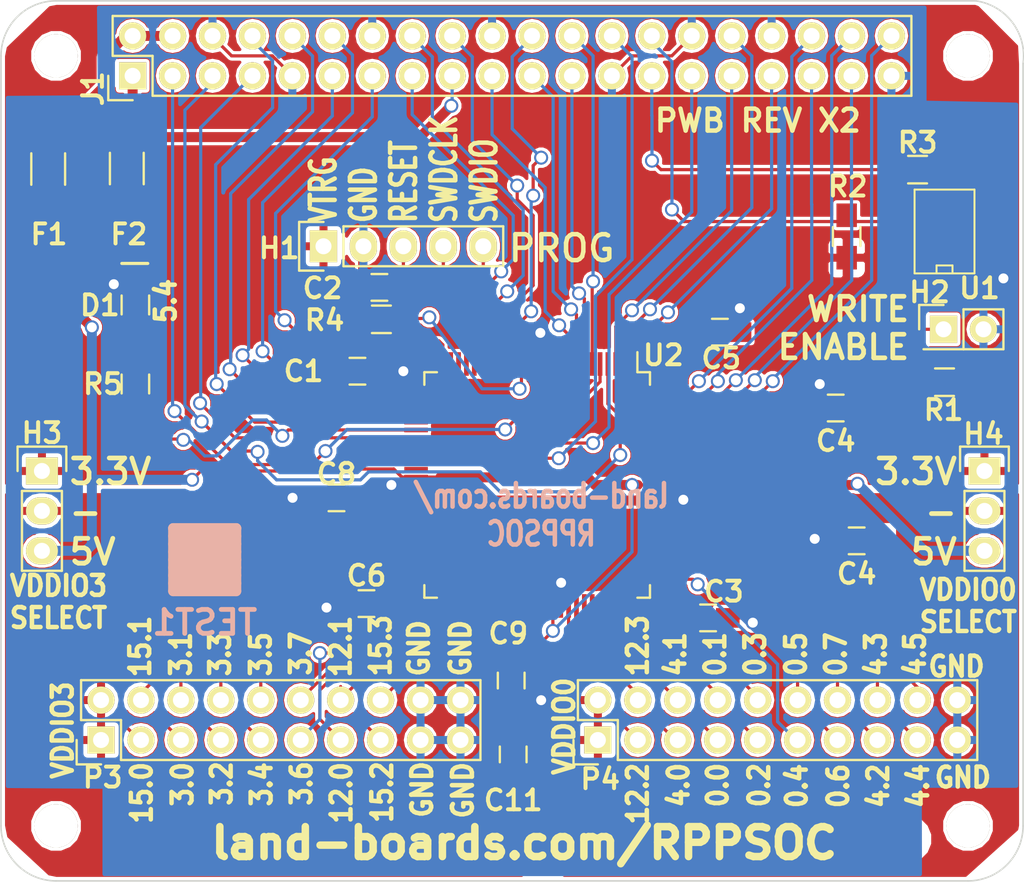
<source format=kicad_pcb>
(kicad_pcb (version 4) (host pcbnew "(after 2015-mar-04 BZR unknown)-product")
  (title_block (title RasPi-GVS-Plus-CFG) (rev X1) (company land-boards.com))
  (layers (0 F.Cu signal) (31 B.Cu signal) (36 B.SilkS user) (37 F.SilkS user) (38 B.Mask user) (39 F.Mask user) (44 Edge.Cuts user))
  (net 0 "")
  (net 1 /SCL)
  (net 2 /SDA)
  (net 3 /WR)
  (net 4 GND)
  (net 5 "Net-(F1-Pad1)")
  (net 6 "Net-(F2-Pad1)")
  (net 7 "Net-(H1-Pad4)")
  (net 8 "Net-(H1-Pad5)")
  (net 9 /SPIMOSI)
  (net 10 /SPIMISO)
  (net 11 /SPISCK)
  (net 12 /SPICE0)
  (net 13 /IO_17)
  (net 14 /IO_27)
  (net 15 /IO_22)
  (net 16 /TXD0)
  (net 17 /RXD0)
  (net 18 /IO_18)
  (net 19 /IO_23)
  (net 20 /IO_24)
  (net 21 /IO_5)
  (net 22 /IO_25)
  (net 23 /IO_6)
  (net 24 /SPICE1)
  (net 25 /IO_13)
  (net 26 /IO_12)
  (net 27 /IO_16)
  (net 28 /IO_20)
  (net 29 /IO_19)
  (net 30 /IO_26)
  (net 31 /SDA1)
  (net 32 /SCLK1)
  (net 33 /IO_4)
  (net 34 /IO_21)
  (net 35 +5V)
  (net 36 +3V3)
  (net 37 /VZ0)
  (net 38 /VZ3)
  (net 39 /P43)
  (net 40 /P42)
  (net 41 /P45)
  (net 42 /P44)
  (net 43 /P47)
  (net 44 /P46)
  (net 45 /P49)
  (net 46 /P48)
  (net 47 /P51)
  (net 48 /P52)
  (net 49 /P53)
  (net 50 /P54)
  (net 51 /P55)
  (net 52 /P56)
  (net 53 /P67)
  (net 54 /P68)
  (net 55 /P71)
  (net 56 /P72)
  (net 57 /P73)
  (net 58 /P74)
  (net 59 /P76)
  (net 60 /P77)
  (net 61 /P69)
  (net 62 /P70)
  (net 63 /P78)
  (net 64 /P79)
  (net 65 /P80)
  (net 66 /P81)
  (net 67 /P82)
  (net 68 /P83)
  (net 69 "Net-(D1-Pad1)")
  (net 70 "Net-(C2-Pad1)")
  (net 71 "Net-(C11-Pad2)")
  (net 72 /P5-4)
  (net 73 "Net-(C8-Pad2)")
  (module Housings_QFP:TQFP-100_14x14mm_Pitch0.5mm (layer F.Cu) (at 34.098 30.805 270)
    (fp_text reference U2 (at -8.255 -8.0264 360) (layer F.SilkS) (effects (font (size 1.27 1.27) (thickness 0.254))))
    (fp_text value CY8C5267AXI-LP051 hide)
    (pad 1 smd rect (at -7.7 -6 270) (size 1.5 0.3) (layers F.Cu F.Mask) (net 25 /IO_13))
    (pad 2 smd rect (at -7.7 -5.5 270) (size 1.5 0.3) (layers F.Cu F.Mask) (net 26 /IO_12))
    (pad 3 smd rect (at -7.7 -5 270) (size 1.5 0.3) (layers F.Cu F.Mask) (net 23 /IO_6))
    (pad 4 smd rect (at -7.7 -4.5 270) (size 1.5 0.3) (layers F.Cu F.Mask) (net 32 /SCLK1))
    (pad 5 smd rect (at -7.7 -4 270) (size 1.5 0.3) (layers F.Cu F.Mask) (net 31 /SDA1))
    (pad 6 smd rect (at -7.7 -3.5 270) (size 1.5 0.3) (layers F.Cu F.Mask) (net 12 /SPICE0))
    (pad 7 smd rect (at -7.7 -3 270) (size 1.5 0.3) (layers F.Cu F.Mask) (net 11 /SPISCK))
    (pad 8 smd rect (at -7.7 -2.5 270) (size 1.5 0.3) (layers F.Cu F.Mask) (net 10 /SPIMISO))
    (pad 9 smd rect (at -7.7 -2 270) (size 1.5 0.3) (layers F.Cu F.Mask) (net 9 /SPIMOSI))
    (pad 10 smd rect (at -7.7 -1.5 270) (size 1.5 0.3) (layers F.Cu F.Mask) (net 4 GND))
    (pad 11 smd rect (at -7.7 -1 270) (size 1.5 0.3) (layers F.Cu F.Mask))
    (pad 12 smd rect (at -7.7 -0.5 270) (size 1.5 0.3) (layers F.Cu F.Mask) (net 4 GND))
    (pad 13 smd rect (at -7.7 0 270) (size 1.5 0.3) (layers F.Cu F.Mask) (net 4 GND))
    (pad 14 smd rect (at -7.7 0.5 270) (size 1.5 0.3) (layers F.Cu F.Mask) (net 4 GND))
    (pad 15 smd rect (at -7.7 1 270) (size 1.5 0.3) (layers F.Cu F.Mask) (net 70 "Net-(C2-Pad1)"))
    (pad 16 smd rect (at -7.7 1.5 270) (size 1.5 0.3) (layers F.Cu F.Mask) (net 22 /IO_25))
    (pad 17 smd rect (at -7.7 2 270) (size 1.5 0.3) (layers F.Cu F.Mask) (net 20 /IO_24))
    (pad 18 smd rect (at -7.7 2.5 270) (size 1.5 0.3) (layers F.Cu F.Mask) (net 19 /IO_23))
    (pad 19 smd rect (at -7.7 3 270) (size 1.5 0.3) (layers F.Cu F.Mask) (net 15 /IO_22))
    (pad 20 smd rect (at -7.7 3.5 270) (size 1.5 0.3) (layers F.Cu F.Mask) (net 8 "Net-(H1-Pad5)"))
    (pad 21 smd rect (at -7.7 4 270) (size 1.5 0.3) (layers F.Cu F.Mask) (net 7 "Net-(H1-Pad4)"))
    (pad 22 smd rect (at -7.7 4.5 270) (size 1.5 0.3) (layers F.Cu F.Mask))
    (pad 23 smd rect (at -7.7 5 270) (size 1.5 0.3) (layers F.Cu F.Mask))
    (pad 24 smd rect (at -7.7 5.5 270) (size 1.5 0.3) (layers F.Cu F.Mask))
    (pad 25 smd rect (at -7.7 6 270) (size 1.5 0.3) (layers F.Cu F.Mask) (net 14 /IO_27))
    (pad 26 smd rect (at -6 7.7) (size 1.5 0.3) (layers F.Cu F.Mask) (net 36 +3V3))
    (pad 27 smd rect (at -5.5 7.7) (size 1.5 0.3) (layers F.Cu F.Mask) (net 18 /IO_18))
    (pad 28 smd rect (at -5 7.7) (size 1.5 0.3) (layers F.Cu F.Mask) (net 13 /IO_17))
    (pad 29 smd rect (at -4.5 7.7) (size 1.5 0.3) (layers F.Cu F.Mask) (net 17 /RXD0))
    (pad 30 smd rect (at -4 7.7) (size 1.5 0.3) (layers F.Cu F.Mask) (net 16 /TXD0))
    (pad 31 smd rect (at -3.5 7.7) (size 1.5 0.3) (layers F.Cu F.Mask) (net 72 /P5-4))
    (pad 32 smd rect (at -3 7.7) (size 1.5 0.3) (layers F.Cu F.Mask) (net 33 /IO_4))
    (pad 33 smd rect (at -2.5 7.7) (size 1.5 0.3) (layers F.Cu F.Mask) (net 21 /IO_5))
    (pad 34 smd rect (at -2 7.7) (size 1.5 0.3) (layers F.Cu F.Mask) (net 24 /SPICE1))
    (pad 35 smd rect (at -1.5 7.7) (size 1.5 0.3) (layers F.Cu F.Mask))
    (pad 36 smd rect (at -1 7.7) (size 1.5 0.3) (layers F.Cu F.Mask))
    (pad 37 smd rect (at -0.5 7.7) (size 1.5 0.3) (layers F.Cu F.Mask) (net 35 +5V))
    (pad 38 smd rect (at 0 7.7) (size 1.5 0.3) (layers F.Cu F.Mask) (net 4 GND))
    (pad 39 smd rect (at 0.5 7.7) (size 1.5 0.3) (layers F.Cu F.Mask) (net 73 "Net-(C8-Pad2)"))
    (pad 40 smd rect (at 1 7.7) (size 1.5 0.3) (layers F.Cu F.Mask))
    (pad 41 smd rect (at 1.5 7.7) (size 1.5 0.3) (layers F.Cu F.Mask))
    (pad 42 smd rect (at 2 7.7) (size 1.5 0.3) (layers F.Cu F.Mask) (net 40 /P42))
    (pad 43 smd rect (at 2.5 7.7) (size 1.5 0.3) (layers F.Cu F.Mask) (net 39 /P43))
    (pad 44 smd rect (at 3 7.7) (size 1.5 0.3) (layers F.Cu F.Mask) (net 42 /P44))
    (pad 45 smd rect (at 3.5 7.7) (size 1.5 0.3) (layers F.Cu F.Mask) (net 41 /P45))
    (pad 46 smd rect (at 4 7.7) (size 1.5 0.3) (layers F.Cu F.Mask) (net 44 /P46))
    (pad 47 smd rect (at 4.5 7.7) (size 1.5 0.3) (layers F.Cu F.Mask) (net 43 /P47))
    (pad 48 smd rect (at 5 7.7) (size 1.5 0.3) (layers F.Cu F.Mask) (net 46 /P48))
    (pad 49 smd rect (at 5.5 7.7) (size 1.5 0.3) (layers F.Cu F.Mask) (net 45 /P49))
    (pad 50 smd rect (at 6 7.7) (size 1.5 0.3) (layers F.Cu F.Mask) (net 38 /VZ3))
    (pad 51 smd rect (at 7.7 6 270) (size 1.5 0.3) (layers F.Cu F.Mask) (net 47 /P51))
    (pad 52 smd rect (at 7.7 5.5 270) (size 1.5 0.3) (layers F.Cu F.Mask) (net 48 /P52))
    (pad 53 smd rect (at 7.7 5 270) (size 1.5 0.3) (layers F.Cu F.Mask) (net 49 /P53))
    (pad 54 smd rect (at 7.7 4.5 270) (size 1.5 0.3) (layers F.Cu F.Mask) (net 50 /P54))
    (pad 55 smd rect (at 7.7 4 270) (size 1.5 0.3) (layers F.Cu F.Mask) (net 51 /P55))
    (pad 56 smd rect (at 7.7 3.5 270) (size 1.5 0.3) (layers F.Cu F.Mask) (net 52 /P56))
    (pad 57 smd rect (at 7.7 3 270) (size 1.5 0.3) (layers F.Cu F.Mask))
    (pad 58 smd rect (at 7.7 2.5 270) (size 1.5 0.3) (layers F.Cu F.Mask))
    (pad 59 smd rect (at 7.7 2 270) (size 1.5 0.3) (layers F.Cu F.Mask))
    (pad 60 smd rect (at 7.7 1.5 270) (size 1.5 0.3) (layers F.Cu F.Mask))
    (pad 61 smd rect (at 7.7 1 270) (size 1.5 0.3) (layers F.Cu F.Mask))
    (pad 62 smd rect (at 7.7 0.5 270) (size 1.5 0.3) (layers F.Cu F.Mask))
    (pad 63 smd rect (at 7.7 0 270) (size 1.5 0.3) (layers F.Cu F.Mask) (net 71 "Net-(C11-Pad2)"))
    (pad 64 smd rect (at 7.7 -0.5 270) (size 1.5 0.3) (layers F.Cu F.Mask) (net 4 GND))
    (pad 65 smd rect (at 7.7 -1 270) (size 1.5 0.3) (layers F.Cu F.Mask) (net 35 +5V))
    (pad 66 smd rect (at 7.7 -1.5 270) (size 1.5 0.3) (layers F.Cu F.Mask) (net 4 GND))
    (pad 67 smd rect (at 7.7 -2 270) (size 1.5 0.3) (layers F.Cu F.Mask) (net 53 /P67))
    (pad 68 smd rect (at 7.7 -2.5 270) (size 1.5 0.3) (layers F.Cu F.Mask) (net 54 /P68))
    (pad 69 smd rect (at 7.7 -3 270) (size 1.5 0.3) (layers F.Cu F.Mask) (net 61 /P69))
    (pad 70 smd rect (at 7.7 -3.5 270) (size 1.5 0.3) (layers F.Cu F.Mask) (net 62 /P70))
    (pad 71 smd rect (at 7.7 -4 270) (size 1.5 0.3) (layers F.Cu F.Mask) (net 55 /P71))
    (pad 72 smd rect (at 7.7 -4.5 270) (size 1.5 0.3) (layers F.Cu F.Mask) (net 56 /P72))
    (pad 73 smd rect (at 7.7 -5 270) (size 1.5 0.3) (layers F.Cu F.Mask) (net 57 /P73))
    (pad 74 smd rect (at 7.7 -5.5 270) (size 1.5 0.3) (layers F.Cu F.Mask) (net 58 /P74))
    (pad 75 smd rect (at 7.7 -6 270) (size 1.5 0.3) (layers F.Cu F.Mask) (net 37 /VZ0))
    (pad 76 smd rect (at 6 -7.7) (size 1.5 0.3) (layers F.Cu F.Mask) (net 59 /P76))
    (pad 77 smd rect (at 5.5 -7.7) (size 1.5 0.3) (layers F.Cu F.Mask) (net 60 /P77))
    (pad 78 smd rect (at 5 -7.7) (size 1.5 0.3) (layers F.Cu F.Mask) (net 63 /P78))
    (pad 79 smd rect (at 4.5 -7.7) (size 1.5 0.3) (layers F.Cu F.Mask) (net 64 /P79))
    (pad 80 smd rect (at 4 -7.7) (size 1.5 0.3) (layers F.Cu F.Mask) (net 65 /P80))
    (pad 81 smd rect (at 3.5 -7.7) (size 1.5 0.3) (layers F.Cu F.Mask) (net 66 /P81))
    (pad 82 smd rect (at 3 -7.7) (size 1.5 0.3) (layers F.Cu F.Mask) (net 67 /P82))
    (pad 83 smd rect (at 2.5 -7.7) (size 1.5 0.3) (layers F.Cu F.Mask) (net 68 /P83))
    (pad 84 smd rect (at 2 -7.7) (size 1.5 0.3) (layers F.Cu F.Mask))
    (pad 85 smd rect (at 1.5 -7.7) (size 1.5 0.3) (layers F.Cu F.Mask))
    (pad 86 smd rect (at 1 -7.7) (size 1.5 0.3) (layers F.Cu F.Mask) (net 73 "Net-(C8-Pad2)"))
    (pad 87 smd rect (at 0.5 -7.7) (size 1.5 0.3) (layers F.Cu F.Mask) (net 4 GND))
    (pad 88 smd rect (at 0 -7.7) (size 1.5 0.3) (layers F.Cu F.Mask) (net 35 +5V))
    (pad 89 smd rect (at -0.5 -7.7) (size 1.5 0.3) (layers F.Cu F.Mask))
    (pad 90 smd rect (at -1 -7.7) (size 1.5 0.3) (layers F.Cu F.Mask))
    (pad 91 smd rect (at -1.5 -7.7) (size 1.5 0.3) (layers F.Cu F.Mask))
    (pad 92 smd rect (at -2 -7.7) (size 1.5 0.3) (layers F.Cu F.Mask))
    (pad 93 smd rect (at -2.5 -7.7) (size 1.5 0.3) (layers F.Cu F.Mask))
    (pad 94 smd rect (at -3 -7.7) (size 1.5 0.3) (layers F.Cu F.Mask))
    (pad 95 smd rect (at -3.5 -7.7) (size 1.5 0.3) (layers F.Cu F.Mask) (net 34 /IO_21))
    (pad 96 smd rect (at -4 -7.7) (size 1.5 0.3) (layers F.Cu F.Mask) (net 30 /IO_26))
    (pad 97 smd rect (at -4.5 -7.7) (size 1.5 0.3) (layers F.Cu F.Mask) (net 28 /IO_20))
    (pad 98 smd rect (at -5 -7.7) (size 1.5 0.3) (layers F.Cu F.Mask) (net 29 /IO_19))
    (pad 99 smd rect (at -5.5 -7.7) (size 1.5 0.3) (layers F.Cu F.Mask) (net 27 /IO_16))
    (pad 100 smd rect (at -6 -7.7) (size 1.5 0.3) (layers F.Cu F.Mask) (net 36 +3V3))
  )
  (module Pin_Headers:Pin_Header_Straight_1x05 (layer F.Cu) (at 20.509 15.6158 90)
    (fp_text reference H1 (at -0.127 -2.8194 180) (layer F.SilkS) (effects (font (size 1.27 1.27) (thickness 0.254))))
    (fp_text value PSOC-KITPROG hide)
    (pad 1 thru_hole rect (at 0 0 90) (size 2.032 1.7272) (drill 1.016) (layers *.Cu *.Mask F.SilkS) (net 36 +3V3))
    (pad 2 thru_hole oval (at 0 2.54 90) (size 2.032 1.7272) (drill 1.016) (layers *.Cu *.Mask F.SilkS) (net 4 GND))
    (pad 3 thru_hole oval (at 0 5.08 90) (size 2.032 1.7272) (drill 1.016) (layers *.Cu *.Mask F.SilkS) (net 70 "Net-(C2-Pad1)"))
    (pad 4 thru_hole oval (at 0 7.62 90) (size 2.032 1.7272) (drill 1.016) (layers *.Cu *.Mask F.SilkS) (net 7 "Net-(H1-Pad4)"))
    (pad 5 thru_hole oval (at 0 10.16 90) (size 2.032 1.7272) (drill 1.016) (layers *.Cu *.Mask F.SilkS) (net 8 "Net-(H1-Pad5)"))
  )
  (module Resistors_SMD:R_1206_HandSoldering (layer F.Cu) (at 3 10.7 270)
    (fp_text reference F1 (at 4.159 -0.048 360) (layer F.SilkS) (effects (font (size 1.27 1.27) (thickness 0.254))))
    (fp_text value FUSE hide)
    (pad 1 smd rect (at -2 0 270) (size 2 1.7) (layers F.Cu F.Mask) (net 5 "Net-(F1-Pad1)"))
    (pad 2 smd rect (at 2 0 270) (size 2 1.7) (layers F.Cu F.Mask) (net 35 +5V))
  )
  (module Resistors_SMD:R_1206_HandSoldering (layer F.Cu) (at 8.001 10.668 270)
    (fp_text reference F2 (at 4.191 -0.127 360) (layer F.SilkS) (effects (font (size 1.27 1.27) (thickness 0.254))))
    (fp_text value FUSE hide)
    (pad 1 smd rect (at -2 0 270) (size 2 1.7) (layers F.Cu F.Mask) (net 6 "Net-(F2-Pad1)"))
    (pad 2 smd rect (at 2 0 270) (size 2 1.7) (layers F.Cu F.Mask) (net 36 +3V3))
  )
  (module Pin_Headers:Pin_Header_Straight_1x03 (layer F.Cu) (at 62.546 29.916)
    (fp_text reference H4 (at -0.062 -2.357) (layer F.SilkS) (effects (font (size 1.27 1.27) (thickness 0.254))))
    (fp_text value CONN_01X03 hide)
    (pad 1 thru_hole rect (at 0 0) (size 2.032 1.7272) (drill 1.016) (layers *.Cu *.Mask F.SilkS) (net 36 +3V3))
    (pad 2 thru_hole oval (at 0 2.54) (size 2.032 1.7272) (drill 1.016) (layers *.Cu *.Mask F.SilkS) (net 37 /VZ0))
    (pad 3 thru_hole oval (at 0 5.08) (size 2.032 1.7272) (drill 1.016) (layers *.Cu *.Mask F.SilkS) (net 35 +5V))
  )
  (module Pin_Headers:Pin_Header_Straight_1x03 (layer F.Cu) (at 2.602 29.916)
    (fp_text reference H3 (at 0 -2.413) (layer F.SilkS) (effects (font (size 1.27 1.27) (thickness 0.254))))
    (fp_text value CONN_01X03 hide)
    (pad 1 thru_hole rect (at 0 0) (size 2.032 1.7272) (drill 1.016) (layers *.Cu *.Mask F.SilkS) (net 36 +3V3))
    (pad 2 thru_hole oval (at 0 2.54) (size 2.032 1.7272) (drill 1.016) (layers *.Cu *.Mask F.SilkS) (net 38 /VZ3))
    (pad 3 thru_hole oval (at 0 5.08) (size 2.032 1.7272) (drill 1.016) (layers *.Cu *.Mask F.SilkS) (net 35 +5V))
  )
  (module Pin_Headers:Pin_Header_Straight_2x10 (layer F.Cu) (at 6.3612 47.0356 90)
    (fp_text reference P3 (at -2.3876 0.1016 180) (layer F.SilkS) (effects (font (size 1.27 1.27) (thickness 0.254))))
    (fp_text value CONN_02X10 hide)
    (pad 1 thru_hole rect (at 0 0 90) (size 1.7272 1.7272) (drill 1.016) (layers *.Cu *.Mask F.SilkS) (net 38 /VZ3))
    (pad 2 thru_hole oval (at 2.54 0 90) (size 1.7272 1.7272) (drill 1.016) (layers *.Cu *.Mask F.SilkS) (net 38 /VZ3))
    (pad 3 thru_hole oval (at 0 2.54 90) (size 1.7272 1.7272) (drill 1.016) (layers *.Cu *.Mask F.SilkS) (net 40 /P42))
    (pad 4 thru_hole oval (at 2.54 2.54 90) (size 1.7272 1.7272) (drill 1.016) (layers *.Cu *.Mask F.SilkS) (net 39 /P43))
    (pad 5 thru_hole oval (at 0 5.08 90) (size 1.7272 1.7272) (drill 1.016) (layers *.Cu *.Mask F.SilkS) (net 42 /P44))
    (pad 6 thru_hole oval (at 2.54 5.08 90) (size 1.7272 1.7272) (drill 1.016) (layers *.Cu *.Mask F.SilkS) (net 41 /P45))
    (pad 7 thru_hole oval (at 0 7.62 90) (size 1.7272 1.7272) (drill 1.016) (layers *.Cu *.Mask F.SilkS) (net 44 /P46))
    (pad 8 thru_hole oval (at 2.54 7.62 90) (size 1.7272 1.7272) (drill 1.016) (layers *.Cu *.Mask F.SilkS) (net 43 /P47))
    (pad 9 thru_hole oval (at 0 10.16 90) (size 1.7272 1.7272) (drill 1.016) (layers *.Cu *.Mask F.SilkS) (net 46 /P48))
    (pad 10 thru_hole oval (at 2.54 10.16 90) (size 1.7272 1.7272) (drill 1.016) (layers *.Cu *.Mask F.SilkS) (net 45 /P49))
    (pad 11 thru_hole oval (at 0 12.7 90) (size 1.7272 1.7272) (drill 1.016) (layers *.Cu *.Mask F.SilkS) (net 47 /P51))
    (pad 12 thru_hole oval (at 2.54 12.7 90) (size 1.7272 1.7272) (drill 1.016) (layers *.Cu *.Mask F.SilkS) (net 48 /P52))
    (pad 13 thru_hole oval (at 0 15.24 90) (size 1.7272 1.7272) (drill 1.016) (layers *.Cu *.Mask F.SilkS) (net 49 /P53))
    (pad 14 thru_hole oval (at 2.54 15.24 90) (size 1.7272 1.7272) (drill 1.016) (layers *.Cu *.Mask F.SilkS) (net 50 /P54))
    (pad 15 thru_hole oval (at 0 17.78 90) (size 1.7272 1.7272) (drill 1.016) (layers *.Cu *.Mask F.SilkS) (net 51 /P55))
    (pad 16 thru_hole oval (at 2.54 17.78 90) (size 1.7272 1.7272) (drill 1.016) (layers *.Cu *.Mask F.SilkS) (net 52 /P56))
    (pad 17 thru_hole oval (at 0 20.32 90) (size 1.7272 1.7272) (drill 1.016) (layers *.Cu *.Mask F.SilkS) (net 4 GND))
    (pad 18 thru_hole oval (at 2.54 20.32 90) (size 1.7272 1.7272) (drill 1.016) (layers *.Cu *.Mask F.SilkS) (net 4 GND))
    (pad 19 thru_hole oval (at 0 22.86 90) (size 1.7272 1.7272) (drill 1.016) (layers *.Cu *.Mask F.SilkS) (net 4 GND))
    (pad 20 thru_hole oval (at 2.54 22.86 90) (size 1.7272 1.7272) (drill 1.016) (layers *.Cu *.Mask F.SilkS) (net 4 GND))
  )
  (module Pin_Headers:Pin_Header_Straight_2x10 (layer F.Cu) (at 37.9588 47.0356 90)
    (fp_text reference P4 (at -2.4892 0.1524 180) (layer F.SilkS) (effects (font (size 1.27 1.27) (thickness 0.254))))
    (fp_text value CONN_02X10 hide)
    (pad 1 thru_hole rect (at 0 0 90) (size 1.7272 1.7272) (drill 1.016) (layers *.Cu *.Mask F.SilkS) (net 37 /VZ0))
    (pad 2 thru_hole oval (at 2.54 0 90) (size 1.7272 1.7272) (drill 1.016) (layers *.Cu *.Mask F.SilkS) (net 37 /VZ0))
    (pad 3 thru_hole oval (at 0 2.54 90) (size 1.7272 1.7272) (drill 1.016) (layers *.Cu *.Mask F.SilkS) (net 53 /P67))
    (pad 4 thru_hole oval (at 2.54 2.54 90) (size 1.7272 1.7272) (drill 1.016) (layers *.Cu *.Mask F.SilkS) (net 54 /P68))
    (pad 5 thru_hole oval (at 0 5.08 90) (size 1.7272 1.7272) (drill 1.016) (layers *.Cu *.Mask F.SilkS) (net 61 /P69))
    (pad 6 thru_hole oval (at 2.54 5.08 90) (size 1.7272 1.7272) (drill 1.016) (layers *.Cu *.Mask F.SilkS) (net 62 /P70))
    (pad 7 thru_hole oval (at 0 7.62 90) (size 1.7272 1.7272) (drill 1.016) (layers *.Cu *.Mask F.SilkS) (net 55 /P71))
    (pad 8 thru_hole oval (at 2.54 7.62 90) (size 1.7272 1.7272) (drill 1.016) (layers *.Cu *.Mask F.SilkS) (net 56 /P72))
    (pad 9 thru_hole oval (at 0 10.16 90) (size 1.7272 1.7272) (drill 1.016) (layers *.Cu *.Mask F.SilkS) (net 57 /P73))
    (pad 10 thru_hole oval (at 2.54 10.16 90) (size 1.7272 1.7272) (drill 1.016) (layers *.Cu *.Mask F.SilkS) (net 58 /P74))
    (pad 11 thru_hole oval (at 0 12.7 90) (size 1.7272 1.7272) (drill 1.016) (layers *.Cu *.Mask F.SilkS) (net 59 /P76))
    (pad 12 thru_hole oval (at 2.54 12.7 90) (size 1.7272 1.7272) (drill 1.016) (layers *.Cu *.Mask F.SilkS) (net 60 /P77))
    (pad 13 thru_hole oval (at 0 15.24 90) (size 1.7272 1.7272) (drill 1.016) (layers *.Cu *.Mask F.SilkS) (net 63 /P78))
    (pad 14 thru_hole oval (at 2.54 15.24 90) (size 1.7272 1.7272) (drill 1.016) (layers *.Cu *.Mask F.SilkS) (net 64 /P79))
    (pad 15 thru_hole oval (at 0 17.78 90) (size 1.7272 1.7272) (drill 1.016) (layers *.Cu *.Mask F.SilkS) (net 65 /P80))
    (pad 16 thru_hole oval (at 2.54 17.78 90) (size 1.7272 1.7272) (drill 1.016) (layers *.Cu *.Mask F.SilkS) (net 66 /P81))
    (pad 17 thru_hole oval (at 0 20.32 90) (size 1.7272 1.7272) (drill 1.016) (layers *.Cu *.Mask F.SilkS) (net 67 /P82))
    (pad 18 thru_hole oval (at 2.54 20.32 90) (size 1.7272 1.7272) (drill 1.016) (layers *.Cu *.Mask F.SilkS) (net 68 /P83))
    (pad 19 thru_hole oval (at 0 22.86 90) (size 1.7272 1.7272) (drill 1.016) (layers *.Cu *.Mask F.SilkS) (net 4 GND))
    (pad 20 thru_hole oval (at 2.54 22.86 90) (size 1.7272 1.7272) (drill 1.016) (layers *.Cu *.Mask F.SilkS) (net 4 GND))
  )
  (module Capacitors_SMD:C_0805_HandSoldering (layer F.Cu) (at 24.065 18.232 180)
    (fp_text reference C2 (at 3.618 -0.056 180) (layer F.SilkS) (effects (font (size 1.27 1.27) (thickness 0.254))))
    (fp_text value 0.1uF hide)
    (pad 1 smd rect (at -1.25 0 180) (size 1.5 1.25) (layers F.Cu F.Mask) (net 70 "Net-(C2-Pad1)"))
    (pad 2 smd rect (at 1.25 0 180) (size 1.5 1.25) (layers F.Cu F.Mask) (net 4 GND))
  )
  (module Capacitors_SMD:C_0805_HandSoldering (layer F.Cu) (at 53.086 25.908 180)
    (fp_text reference C4 (at 0 -2.1 180) (layer F.SilkS) (effects (font (size 1.27 1.27) (thickness 0.254))))
    (fp_text value 0.1uF hide)
    (pad 1 smd rect (at -1.25 0 180) (size 1.5 1.25) (layers F.Cu F.Mask) (net 36 +3V3))
    (pad 2 smd rect (at 1.25 0 180) (size 1.5 1.25) (layers F.Cu F.Mask) (net 4 GND))
  )
  (module Capacitors_SMD:C_0805_HandSoldering (layer F.Cu) (at 23.241 38.354 180)
    (fp_text reference C6 (at 0 1.778 360) (layer F.SilkS) (effects (font (size 1.27 1.27) (thickness 0.254))))
    (fp_text value 0.1uF hide)
    (pad 1 smd rect (at -1.25 0 180) (size 1.5 1.25) (layers F.Cu F.Mask) (net 38 /VZ3))
    (pad 2 smd rect (at 1.25 0 180) (size 1.5 1.25) (layers F.Cu F.Mask) (net 4 GND))
  )
  (module Resistors_SMD:R_0805_HandSoldering (layer F.Cu) (at 24.192 20.264 180)
    (fp_text reference R4 (at 3.618 -0.056 180) (layer F.SilkS) (effects (font (size 1.27 1.27) (thickness 0.254))))
    (fp_text value 3.9K hide)
    (pad 1 smd rect (at -1.35 0 180) (size 1.5 1.3) (layers F.Cu F.Mask) (net 70 "Net-(C2-Pad1)"))
    (pad 2 smd rect (at 1.35 0 180) (size 1.5 1.3) (layers F.Cu F.Mask) (net 36 +3V3))
  )
  (module Resistors_SMD:R_0805_HandSoldering (layer F.Cu) (at 8.5456 24.3788 90)
    (fp_text reference R5 (at -0.0052 -2.0686 180) (layer F.SilkS) (effects (font (size 1.27 1.27) (thickness 0.254))))
    (fp_text value 120 hide)
    (pad 1 smd rect (at -1.35 0 90) (size 1.5 1.3) (layers F.Cu F.Mask) (net 72 /P5-4))
    (pad 2 smd rect (at 1.35 0 90) (size 1.5 1.3) (layers F.Cu F.Mask) (net 69 "Net-(D1-Pad1)"))
  )
  (module Resistors_SMD:R_0805_HandSoldering (layer F.Cu) (at 8.5456 19.3496 90)
    (fp_text reference D1 (at -0.0254 -2.2606 180) (layer F.SilkS) (effects (font (size 1.27 1.27) (thickness 0.254))))
    (fp_text value LED hide)
    (pad 1 smd rect (at -1.35 0 90) (size 1.5 1.3) (layers F.Cu F.Mask) (net 69 "Net-(D1-Pad1)"))
    (pad 2 smd rect (at 1.35 0 90) (size 1.5 1.3) (layers F.Cu F.Mask) (net 4 GND))
  )
  (module Capacitors_SMD:C_0805_HandSoldering (layer F.Cu) (at 44.9692 39.2632)
    (fp_text reference C3 (at 1.0048 -1.6712) (layer F.SilkS) (effects (font (size 1.27 1.27) (thickness 0.254))))
    (fp_text value 0.1uF hide)
    (pad 1 smd rect (at -1.25 0) (size 1.5 1.25) (layers F.Cu F.Mask) (net 37 /VZ0))
    (pad 2 smd rect (at 1.25 0) (size 1.5 1.25) (layers F.Cu F.Mask) (net 4 GND))
  )
  (module Capacitors_SMD:C_0805_HandSoldering (layer F.Cu) (at 45.72 21.082)
    (fp_text reference C5 (at 0.0874 1.6712) (layer F.SilkS) (effects (font (size 1.27 1.27) (thickness 0.254))))
    (fp_text value 0.1uF hide)
    (pad 1 smd rect (at -1.25 0) (size 1.5 1.25) (layers F.Cu F.Mask) (net 36 +3V3))
    (pad 2 smd rect (at 1.25 0) (size 1.5 1.25) (layers F.Cu F.Mask) (net 4 GND))
  )
  (module Capacitors_SMD:C_0805_HandSoldering (layer F.Cu) (at 54.418 34.361 180)
    (fp_text reference C4 (at 0 -2.1 180) (layer F.SilkS) (effects (font (size 1.27 1.27) (thickness 0.254))))
    (fp_text value 1uF hide)
    (pad 1 smd rect (at -1.25 0 180) (size 1.5 1.25) (layers F.Cu F.Mask) (net 37 /VZ0))
    (pad 2 smd rect (at 1.25 0 180) (size 1.5 1.25) (layers F.Cu F.Mask) (net 4 GND))
  )
  (module Capacitors_SMD:C_0805_HandSoldering (layer F.Cu) (at 32.447 43.251 90)
    (fp_text reference C9 (at 2.992 -0.189 180) (layer F.SilkS) (effects (font (size 1.27 1.27) (thickness 0.254))))
    (fp_text value 0.1uF hide)
    (pad 1 smd rect (at -1.25 0 90) (size 1.5 1.25) (layers F.Cu F.Mask) (net 4 GND))
    (pad 2 smd rect (at 1.25 0 90) (size 1.5 1.25) (layers F.Cu F.Mask) (net 35 +5V))
  )
  (module Capacitors_SMD:C_0805_HandSoldering (layer F.Cu) (at 32.574 47.95 90)
    (fp_text reference C11 (at -2.921 0 180) (layer F.SilkS) (effects (font (size 1.27 1.27) (thickness 0.254))))
    (fp_text value 1uF hide)
    (pad 1 smd rect (at -1.25 0 90) (size 1.5 1.25) (layers F.Cu F.Mask) (net 4 GND))
    (pad 2 smd rect (at 1.25 0 90) (size 1.5 1.25) (layers F.Cu F.Mask) (net 71 "Net-(C11-Pad2)"))
  )
  (module Capacitors_SMD:C_0805_HandSoldering (layer F.Cu) (at 21.336 31.623)
    (fp_text reference C8 (at 0 -1.524) (layer F.SilkS) (effects (font (size 1.27 1.27) (thickness 0.254))))
    (fp_text value 1uF hide)
    (pad 1 smd rect (at -1.25 0) (size 1.5 1.25) (layers F.Cu F.Mask) (net 4 GND))
    (pad 2 smd rect (at 1.25 0) (size 1.5 1.25) (layers F.Cu F.Mask) (net 73 "Net-(C8-Pad2)"))
  )
  (module Capacitors_SMD:C_0805_HandSoldering (layer F.Cu) (at 22.668 23.566)
    (fp_text reference C1 (at -3.429 0) (layer F.SilkS) (effects (font (size 1.27 1.27) (thickness 0.254))))
    (fp_text value 0.1uF hide)
    (pad 1 smd rect (at -1.25 0) (size 1.5 1.25) (layers F.Cu F.Mask) (net 36 +3V3))
    (pad 2 smd rect (at 1.25 0) (size 1.5 1.25) (layers F.Cu F.Mask) (net 4 GND))
  )
  (module dougsLib:FIDUCIAL (layer F.Cu) (at 57.974 52.268)
    (fp_text reference FID1 hide)
    (fp_text value CONN_1 hide)
    (pad 1 smd circle (at -0.316 1.072) (size 1 1) (layers F.Cu F.Mask) (clearance 1))
  )
  (module dougsLib:FIDUCIAL (layer F.Cu) (at 2.667 22.987)
    (fp_text reference FID2 hide)
    (fp_text value CONN_1 hide)
    (pad 1 smd circle (at 0 0) (size 1 1) (layers F.Cu F.Mask) (clearance 1))
  )
  (module Pin_Headers:Pin_Header_Straight_2x01 (layer F.Cu) (at 59.9425 20.899)
    (fp_text reference H2 (at -0.8875 -2.357) (layer F.SilkS) (effects (font (size 1.27 1.27) (thickness 0.254))))
    (fp_text value CONN_2 hide)
    (pad 1 thru_hole rect (at 0 0) (size 1.7272 1.7272) (drill 1.016) (layers *.Cu *.Mask F.SilkS) (net 3 /WR))
    (pad 2 thru_hole oval (at 2.54 0) (size 1.7272 1.7272) (drill 1.016) (layers *.Cu *.Mask F.SilkS) (net 4 GND))
  )
  (module Pin_Headers:Pin_Header_Straight_2x20 (layer F.Cu) (at 8.37 4.77 90)
    (fp_text reference J1 (at -0.818 -2.528 90) (layer F.SilkS) (effects (font (size 1.27 1.27) (thickness 0.254))))
    (fp_text value RASPIOPLUS hide)
    (pad 1 thru_hole rect (at 0 0 90) (size 1.7272 1.7272) (drill 1.016) (layers *.Cu *.Mask F.SilkS) (net 6 "Net-(F2-Pad1)"))
    (pad 2 thru_hole oval (at 2.54 0 90) (size 1.7272 1.7272) (drill 1.016) (layers *.Cu *.Mask F.SilkS) (net 5 "Net-(F1-Pad1)"))
    (pad 3 thru_hole oval (at 0 2.54 90) (size 1.7272 1.7272) (drill 1.016) (layers *.Cu *.Mask F.SilkS) (net 31 /SDA1))
    (pad 4 thru_hole oval (at 2.54 2.54 90) (size 1.7272 1.7272) (drill 1.016) (layers *.Cu *.Mask F.SilkS) (net 5 "Net-(F1-Pad1)"))
    (pad 5 thru_hole oval (at 0 5.08 90) (size 1.7272 1.7272) (drill 1.016) (layers *.Cu *.Mask F.SilkS) (net 32 /SCLK1))
    (pad 6 thru_hole oval (at 2.54 5.08 90) (size 1.7272 1.7272) (drill 1.016) (layers *.Cu *.Mask F.SilkS) (net 4 GND))
    (pad 7 thru_hole oval (at 0 7.62 90) (size 1.7272 1.7272) (drill 1.016) (layers *.Cu *.Mask F.SilkS) (net 33 /IO_4))
    (pad 8 thru_hole oval (at 2.54 7.62 90) (size 1.7272 1.7272) (drill 1.016) (layers *.Cu *.Mask F.SilkS) (net 16 /TXD0))
    (pad 9 thru_hole oval (at 0 10.16 90) (size 1.7272 1.7272) (drill 1.016) (layers *.Cu *.Mask F.SilkS) (net 4 GND))
    (pad 10 thru_hole oval (at 2.54 10.16 90) (size 1.7272 1.7272) (drill 1.016) (layers *.Cu *.Mask F.SilkS) (net 17 /RXD0))
    (pad 11 thru_hole oval (at 0 12.7 90) (size 1.7272 1.7272) (drill 1.016) (layers *.Cu *.Mask F.SilkS) (net 13 /IO_17))
    (pad 12 thru_hole oval (at 2.54 12.7 90) (size 1.7272 1.7272) (drill 1.016) (layers *.Cu *.Mask F.SilkS) (net 18 /IO_18))
    (pad 13 thru_hole oval (at 0 15.24 90) (size 1.7272 1.7272) (drill 1.016) (layers *.Cu *.Mask F.SilkS) (net 14 /IO_27))
    (pad 14 thru_hole oval (at 2.54 15.24 90) (size 1.7272 1.7272) (drill 1.016) (layers *.Cu *.Mask F.SilkS) (net 4 GND))
    (pad 15 thru_hole oval (at 0 17.78 90) (size 1.7272 1.7272) (drill 1.016) (layers *.Cu *.Mask F.SilkS) (net 15 /IO_22))
    (pad 16 thru_hole oval (at 2.54 17.78 90) (size 1.7272 1.7272) (drill 1.016) (layers *.Cu *.Mask F.SilkS) (net 19 /IO_23))
    (pad 17 thru_hole oval (at 0 20.32 90) (size 1.7272 1.7272) (drill 1.016) (layers *.Cu *.Mask F.SilkS) (net 6 "Net-(F2-Pad1)"))
    (pad 18 thru_hole oval (at 2.54 20.32 90) (size 1.7272 1.7272) (drill 1.016) (layers *.Cu *.Mask F.SilkS) (net 20 /IO_24))
    (pad 19 thru_hole oval (at 0 22.86 90) (size 1.7272 1.7272) (drill 1.016) (layers *.Cu *.Mask F.SilkS) (net 9 /SPIMOSI))
    (pad 20 thru_hole oval (at 2.54 22.86 90) (size 1.7272 1.7272) (drill 1.016) (layers *.Cu *.Mask F.SilkS) (net 4 GND))
    (pad 21 thru_hole oval (at 0 25.4 90) (size 1.7272 1.7272) (drill 1.016) (layers *.Cu *.Mask F.SilkS) (net 10 /SPIMISO))
    (pad 22 thru_hole oval (at 2.54 25.4 90) (size 1.7272 1.7272) (drill 1.016) (layers *.Cu *.Mask F.SilkS) (net 22 /IO_25))
    (pad 23 thru_hole oval (at 0 27.94 90) (size 1.7272 1.7272) (drill 1.016) (layers *.Cu *.Mask F.SilkS) (net 11 /SPISCK))
    (pad 24 thru_hole oval (at 2.54 27.94 90) (size 1.7272 1.7272) (drill 1.016) (layers *.Cu *.Mask F.SilkS) (net 12 /SPICE0))
    (pad 25 thru_hole oval (at 0 30.48 90) (size 1.7272 1.7272) (drill 1.016) (layers *.Cu *.Mask F.SilkS) (net 4 GND))
    (pad 26 thru_hole oval (at 2.54 30.48 90) (size 1.7272 1.7272) (drill 1.016) (layers *.Cu *.Mask F.SilkS) (net 24 /SPICE1))
    (pad 27 thru_hole oval (at 0 33.02 90) (size 1.7272 1.7272) (drill 1.016) (layers *.Cu *.Mask F.SilkS) (net 2 /SDA))
    (pad 28 thru_hole oval (at 2.54 33.02 90) (size 1.7272 1.7272) (drill 1.016) (layers *.Cu *.Mask F.SilkS) (net 1 /SCL))
    (pad 29 thru_hole oval (at 0 35.56 90) (size 1.7272 1.7272) (drill 1.016) (layers *.Cu *.Mask F.SilkS) (net 21 /IO_5))
    (pad 30 thru_hole oval (at 2.54 35.56 90) (size 1.7272 1.7272) (drill 1.016) (layers *.Cu *.Mask F.SilkS) (net 4 GND))
    (pad 31 thru_hole oval (at 0 38.1 90) (size 1.7272 1.7272) (drill 1.016) (layers *.Cu *.Mask F.SilkS) (net 23 /IO_6))
    (pad 32 thru_hole oval (at 2.54 38.1 90) (size 1.7272 1.7272) (drill 1.016) (layers *.Cu *.Mask F.SilkS) (net 26 /IO_12))
    (pad 33 thru_hole oval (at 0 40.64 90) (size 1.7272 1.7272) (drill 1.016) (layers *.Cu *.Mask F.SilkS) (net 25 /IO_13))
    (pad 34 thru_hole oval (at 2.54 40.64 90) (size 1.7272 1.7272) (drill 1.016) (layers *.Cu *.Mask F.SilkS) (net 4 GND))
    (pad 35 thru_hole oval (at 0 43.18 90) (size 1.7272 1.7272) (drill 1.016) (layers *.Cu *.Mask F.SilkS) (net 29 /IO_19))
    (pad 36 thru_hole oval (at 2.54 43.18 90) (size 1.7272 1.7272) (drill 1.016) (layers *.Cu *.Mask F.SilkS) (net 27 /IO_16))
    (pad 37 thru_hole oval (at 0 45.72 90) (size 1.7272 1.7272) (drill 1.016) (layers *.Cu *.Mask F.SilkS) (net 30 /IO_26))
    (pad 38 thru_hole oval (at 2.54 45.72 90) (size 1.7272 1.7272) (drill 1.016) (layers *.Cu *.Mask F.SilkS) (net 28 /IO_20))
    (pad 39 thru_hole oval (at 0 48.26 90) (size 1.7272 1.7272) (drill 1.016) (layers *.Cu *.Mask F.SilkS) (net 4 GND))
    (pad 40 thru_hole oval (at 2.54 48.26 90) (size 1.7272 1.7272) (drill 1.016) (layers *.Cu *.Mask F.SilkS) (net 34 /IO_21))
  )
  (module dougsLib:MTG-2.75MM (layer F.Cu) (at 3.5 3.5)
    (fp_text reference MTG1 hide)
    (fp_text value CONN_1 hide)
    (pad 1 thru_hole circle (at 0 0) (size 2.75 2.75) (drill 2.75) (layers *.Cu *.Mask F.SilkS))
  )
  (module dougsLib:MTG-2.75MM (layer F.Cu) (at 61.5 3.5)
    (fp_text reference MTG2 hide)
    (fp_text value CONN_1 hide)
    (pad 1 thru_hole circle (at 0 0) (size 2.75 2.75) (drill 2.75) (layers *.Cu *.Mask F.SilkS))
  )
  (module dougsLib:MTG-2.75MM (layer F.Cu) (at 3.5 52.5)
    (fp_text reference MTG3 hide)
    (fp_text value CONN_1 hide)
    (pad 1 thru_hole circle (at 0 0) (size 2.75 2.75) (drill 2.75) (layers *.Cu *.Mask F.SilkS))
  )
  (module dougsLib:MTG-2.75MM (layer F.Cu) (at 61.5 52.5)
    (fp_text reference MTG4 hide)
    (fp_text value CONN_1 hide)
    (pad 1 thru_hole circle (at 0 0) (size 2.75 2.75) (drill 2.75) (layers *.Cu *.Mask F.SilkS))
  )
  (module Resistors_SMD:R_0805_HandSoldering (layer F.Cu) (at 60.006 24.2645 180)
    (fp_text reference R1 (at 0.062 -1.7705 180) (layer F.SilkS) (effects (font (size 1.27 1.27) (thickness 0.254))))
    (fp_text value 1K hide)
    (pad 1 smd rect (at -1.35 0 180) (size 1.5 1.3) (layers F.Cu F.Mask) (net 36 +3V3))
    (pad 2 smd rect (at 1.35 0 180) (size 1.5 1.3) (layers F.Cu F.Mask) (net 3 /WR))
  )
  (module Resistors_SMD:R_0805_HandSoldering (layer F.Cu) (at 53.783 14.9935 90)
    (fp_text reference R2 (at 3.1825 0.065 180) (layer F.SilkS) (effects (font (size 1.27 1.27) (thickness 0.254))))
    (fp_text value 3.9K hide)
    (pad 1 smd rect (at -1.35 0 90) (size 1.5 1.3) (layers F.Cu F.Mask) (net 36 +3V3))
    (pad 2 smd rect (at 1.35 0 90) (size 1.5 1.3) (layers F.Cu F.Mask) (net 1 /SCL))
  )
  (module Resistors_SMD:R_0805_HandSoldering (layer F.Cu) (at 58.2915 10.739 180)
    (fp_text reference R3 (at -0.0015 1.722 180) (layer F.SilkS) (effects (font (size 1.27 1.27) (thickness 0.254))))
    (fp_text value 3.9K hide)
    (pad 1 smd rect (at -1.35 0 180) (size 1.5 1.3) (layers F.Cu F.Mask) (net 36 +3V3))
    (pad 2 smd rect (at 1.35 0 180) (size 1.5 1.3) (layers F.Cu F.Mask) (net 2 /SDA))
  )
  (module dougsLib:SO8E-wider (layer F.Cu) (at 60.006 14.676 90)
    (fp_text reference U1 (at -3.612 2.224 180) (layer F.SilkS) (effects (font (size 1.27 1.27) (thickness 0.254))))
    (fp_text value 24C32 hide)
    (pad 8 smd rect (at -1.905 -2.794 90) (size 0.59944 1.651) (layers F.Cu F.Mask) (net 36 +3V3))
    (pad 1 smd rect (at -1.905 2.794 90) (size 0.59944 1.651) (layers F.Cu F.Mask) (net 4 GND))
    (pad 7 smd rect (at -0.635 -2.794 90) (size 0.59944 1.651) (layers F.Cu F.Mask) (net 3 /WR))
    (pad 6 smd rect (at 0.635 -2.794 90) (size 0.59944 1.651) (layers F.Cu F.Mask) (net 1 /SCL))
    (pad 5 smd rect (at 1.905 -2.794 90) (size 0.59944 1.651) (layers F.Cu F.Mask) (net 2 /SDA))
    (pad 2 smd rect (at -0.635 2.794 90) (size 0.59944 1.651) (layers F.Cu F.Mask) (net 4 GND))
    (pad 3 smd rect (at 0.635 2.794 90) (size 0.59944 1.651) (layers F.Cu F.Mask) (net 4 GND))
    (pad 4 smd rect (at 1.905 2.794 90) (size 0.59944 1.651) (layers F.Cu F.Mask) (net 4 GND))
  )
  (module REV_BLOCK (layer B.Cu) (at 12.954 35.56)
    (fp_text reference TEST1 (at 0 4) (layer B.SilkS) (effects (font (thickness 0.3048)) (justify mirror)))
    (fp_text value COUPON hide)
  )
  (gr_text "3.3V\n-\n5V" (at 4.191 32.512) (layer F.SilkS) (effects (font (size 1.5875 1.5875) (thickness 0.3)) (justify left)))
  (gr_text PROG (at 32.131 15.748) (layer F.SilkS) (effects (font (size 1.651 1.651) (thickness 0.28575)) (justify left)))
  (gr_text 5.4 (at 10.476 20.645 90) (layer F.SilkS) (effects (font (size 1.27 1.143) (thickness 0.28575)) (justify left)))
  (gr_line (start 7.682 16.708) (end 9.333 16.708) (angle 90) (layer F.SilkS) (width 0.2))
  (gr_text "VTRG\nGND\nRESET\nSWDCLK\nSWDIO" (at 25.6144 14.2696 90) (layer F.SilkS) (effects (font (size 1.5875 1.143) (thickness 0.28575)) (justify left)))
  (gr_text "WRITE\nENABLE" (at 57.912 20.828) (layer F.SilkS) (effects (font (size 1.5 1.5) (thickness 0.3)) (justify right)))
  (gr_text "VDDIO0\nSELECT" (at 58.2788 38.5012) (layer F.SilkS) (effects (font (size 1.27 1.143) (thickness 0.28575)) (justify left)))
  (gr_text "3.3V\n-\n5V" (at 60.96 32.512) (layer F.SilkS) (effects (font (size 1.5875 1.5875) (thickness 0.3)) (justify right)))
  (gr_text "VDDIO3\nSELECT" (at 0.4176 38.2472) (layer F.SilkS) (effects (font (size 1.27 1.143) (thickness 0.28575)) (justify left)))
  (gr_text GND (at 29.3736 48.3056 90) (layer F.SilkS) (effects (font (size 1.27 1.143) (thickness 0.28575)) (justify right)))
  (gr_text 4.5 (at 58.1264 43.124 90) (layer F.SilkS) (effects (font (size 1.27 1.143) (thickness 0.28575)) (justify left)))
  (gr_text 4.4 (at 58.3296 48.4072 90) (layer F.SilkS) (effects (font (size 1.27 1.143) (thickness 0.28575)) (justify right)))
  (gr_text 4.3 (at 55.6372 43.124 90) (layer F.SilkS) (effects (font (size 1.27 1.143) (thickness 0.28575)) (justify left)))
  (gr_text 0.7 (at 53.0972 43.124 90) (layer F.SilkS) (effects (font (size 1.27 1.143) (thickness 0.28575)) (justify left)))
  (gr_text 0.5 (at 50.5572 43.124 90) (layer F.SilkS) (effects (font (size 1.27 1.143) (thickness 0.28575)) (justify left)))
  (gr_text 0.3 (at 47.9664 43.124 90) (layer F.SilkS) (effects (font (size 1.27 1.143) (thickness 0.28575)) (justify left)))
  (gr_text 0.1 (at 45.4264 43.124 90) (layer F.SilkS) (effects (font (size 1.27 1.143) (thickness 0.28575)) (justify left)))
  (gr_text 4.1 (at 42.8864 43.124 90) (layer F.SilkS) (effects (font (size 1.27 1.143) (thickness 0.28575)) (justify left)))
  (gr_text 4.2 (at 55.7896 48.4072 90) (layer F.SilkS) (effects (font (size 1.27 1.143) (thickness 0.28575)) (justify right)))
  (gr_text 0.6 (at 53.2496 48.4072 90) (layer F.SilkS) (effects (font (size 1.27 1.143) (thickness 0.28575)) (justify right)))
  (gr_text 0.4 (at 50.608 48.4072 90) (layer F.SilkS) (effects (font (size 1.27 1.143) (thickness 0.28575)) (justify right)))
  (gr_text 0.2 (at 48.2204 48.3564 90) (layer F.SilkS) (effects (font (size 1.27 1.143) (thickness 0.28575)) (justify right)))
  (gr_text 0.0 (at 45.5788 48.3564 90) (layer F.SilkS) (effects (font (size 1.27 1.143) (thickness 0.28575)) (justify right)))
  (gr_text 4.0 (at 43.0896 48.3564 90) (layer F.SilkS) (effects (font (size 1.27 1.143) (thickness 0.28575)) (justify right)))
  (gr_text 12.3 (at 40.4988 43.124 90) (layer F.SilkS) (effects (font (size 1.27 1.143) (thickness 0.28575)) (justify left)))
  (gr_text 12.2 (at 40.4988 48.3564 90) (layer F.SilkS) (effects (font (size 1.27 1.143) (thickness 0.28575)) (justify right)))
  (gr_text GND (at 63.1048 49.4232) (layer F.SilkS) (effects (font (size 1.27 1.143) (thickness 0.28575)) (justify right)))
  (gr_text VDDIO0 (at 35.814 42.926 90) (layer F.SilkS) (effects (font (size 1.27 1.143) (thickness 0.28575)) (justify right)))
  (gr_text GND (at 29.2212 43.124 90) (layer F.SilkS) (effects (font (size 1.27 1.143) (thickness 0.28575)) (justify left)))
  (gr_text GND (at 26.5796 43.124 90) (layer F.SilkS) (effects (font (size 1.27 1.143) (thickness 0.28575)) (justify left)))
  (gr_text 15.3 (at 24.1412 43.124 90) (layer F.SilkS) (effects (font (size 1.27 1.143) (thickness 0.28575)) (justify left)))
  (gr_text 12.1 (at 21.6012 43.1748 90) (layer F.SilkS) (effects (font (size 1.27 1.143) (thickness 0.28575)) (justify left)))
  (gr_text 3.7 (at 19.0612 43.0732 90) (layer F.SilkS) (effects (font (size 1.27 1.143) (thickness 0.28575)) (justify left)))
  (gr_text 3.5 (at 16.5212 43.124 90) (layer F.SilkS) (effects (font (size 1.27 1.143) (thickness 0.28575)) (justify left)))
  (gr_text 3.3 (at 13.9304 43.124 90) (layer F.SilkS) (effects (font (size 1.27 1.143) (thickness 0.28575)) (justify left)))
  (gr_text GND (at 62.6984 42.362) (layer F.SilkS) (effects (font (size 1.27 1.143) (thickness 0.28575)) (justify right)))
  (gr_text VDDIO3 (at 3.9228 43.1748 90) (layer F.SilkS) (effects (font (size 1.27 1.143) (thickness 0.28575)) (justify right)))
  (gr_text GND (at 26.7828 48.2548 90) (layer F.SilkS) (effects (font (size 1.27 1.143) (thickness 0.28575)) (justify right)))
  (gr_text 15.2 (at 24.2428 48.2548 90) (layer F.SilkS) (effects (font (size 1.27 1.143) (thickness 0.28575)) (justify right)))
  (gr_text 12.0 (at 21.652 48.3056 90) (layer F.SilkS) (effects (font (size 1.27 1.143) (thickness 0.28575)) (justify right)))
  (gr_text 3.6 (at 19.112 48.2548 90) (layer F.SilkS) (effects (font (size 1.27 1.143) (thickness 0.28575)) (justify right)))
  (gr_text 3.4 (at 16.572 48.3056 90) (layer F.SilkS) (effects (font (size 1.27 1.143) (thickness 0.28575)) (justify right)))
  (gr_text 3.2 (at 14.032 48.2548 90) (layer F.SilkS) (effects (font (size 1.27 1.143) (thickness 0.28575)) (justify right)))
  (gr_text 3.1 (at 11.4412 43.124 90) (layer F.SilkS) (effects (font (size 1.27 1.143) (thickness 0.28575)) (justify left)))
  (gr_text 3.0 (at 11.5428 48.3056 90) (layer F.SilkS) (effects (font (size 1.27 1.143) (thickness 0.28575)) (justify right)))
  (gr_text 15.1 (at 8.8504 43.1748 90) (layer F.SilkS) (effects (font (size 1.27 1.143) (thickness 0.28575)) (justify left)))
  (gr_text 15.0 (at 8.952 48.3056 90) (layer F.SilkS) (effects (font (size 1.27 1.143) (thickness 0.28575)) (justify right)))
  (gr_text "land-boards.com/\nRPPSOC" (at 34.352 32.71) (layer B.SilkS) (effects (font (size 1.5 1.143) (thickness 0.28575)) (justify mirror)))
  (gr_line (start 61.5 56) (end 3.5 56) (angle 90) (layer Edge.Cuts) (width 0.1))
  (gr_line (start 65 4) (end 65 52.5) (angle 90) (layer Edge.Cuts) (width 0.1))
  (gr_line (start 3.5 0) (end 62 0) (angle 90) (layer Edge.Cuts) (width 0.1))
  (gr_line (start 0 52.5) (end 0 3.5) (angle 90) (layer Edge.Cuts) (width 0.1))
  (gr_arc (start 61.5 3.5) (end 62 0) (angle 90) (layer Edge.Cuts) (width 0.1))
  (gr_arc (start 61.5 52.5) (end 65 52.5) (angle 90) (layer Edge.Cuts) (width 0.1))
  (gr_arc (start 3.5 52.5) (end 3.5 56) (angle 90) (layer Edge.Cuts) (width 0.1))
  (gr_arc (start 3.5 3.5) (end 0 3.5) (angle 90) (layer Edge.Cuts) (width 0.1))
  (gr_text "PWB REV X2" (at 48.133 7.62) (layer F.SilkS) (effects (font (size 1.397 1.397) (thickness 0.28575))))
  (gr_text land-boards.com/RPPSOC (at 33.274 53.594) (layer F.SilkS) (effects (font (size 1.905 1.9685) (thickness 0.47625))))
  (segment (start 41.39 2.23) (end 41.39 2.2804) (width 0.254) (layer F.Cu) (net 1))
  (segment (start 41.39 2.23) (end 41.39 2.274) (width 0.254) (layer F.Cu) (net 1))
  (segment (start 53.783 14.041) (end 57.212 14.041) (width 0.2032) (layer F.Cu) (net 1))
  (segment (start 43.4325 14.041) (end 53.783 14.041) (width 0.2032) (layer F.Cu) (net 1))
  (segment (start 41.39 2.23) (end 41.39 2.6005) (width 0.2032) (layer B.Cu) (net 1))
  (segment (start 41.39 2.6005) (end 42.6705 3.881) (width 0.2032) (layer B.Cu) (net 1))
  (segment (start 42.6705 13.279) (end 43.4325 14.041) (width 0.2032) (layer F.Cu) (net 1))
  (via (at 42.6705 13.279) (size 0.889) (layers F.Cu B.Cu) (net 1))
  (segment (start 42.6705 3.881) (end 42.6705 13.279) (width 0.2032) (layer B.Cu) (net 1))
  (segment (start 40.9814 5.1786) (end 41.39 4.77) (width 0.254) (layer F.Cu) (net 2))
  (segment (start 57.212 12.771) (end 57.212 10.866) (width 0.2032) (layer F.Cu) (net 2))
  (segment (start 41.39 4.77) (end 41.39 7.2995) (width 0.2032) (layer B.Cu) (net 2))
  (segment (start 41.4005 7.31) (end 41.4005 10.1675) (width 0.2032) (layer B.Cu) (net 2))
  (segment (start 41.39 7.2995) (end 41.4005 7.31) (width 0.2032) (layer B.Cu) (net 2))
  (via (at 41.4005 10.1675) (size 0.889) (layers F.Cu B.Cu) (net 2))
  (segment (start 41.4005 10.1675) (end 41.972 10.739) (width 0.2032) (layer F.Cu) (net 2))
  (segment (start 57.212 10.866) (end 57.339 10.739) (width 0.2032) (layer F.Cu) (net 2))
  (segment (start 41.972 10.739) (end 57.339 10.739) (width 0.2032) (layer F.Cu) (net 2))
  (segment (start 57.212 15.311) (end 58.9265 15.311) (width 0.2032) (layer F.Cu) (net 3))
  (segment (start 58.6725 19.0575) (end 58.6725 20.899) (width 0.2032) (layer F.Cu) (net 3))
  (segment (start 59.4345 18.2955) (end 58.6725 19.0575) (width 0.2032) (layer F.Cu) (net 3))
  (segment (start 59.4345 15.819) (end 59.4345 18.2955) (width 0.2032) (layer F.Cu) (net 3))
  (segment (start 58.9265 15.311) (end 59.4345 15.819) (width 0.2032) (layer F.Cu) (net 3))
  (segment (start 58.6725 22.6135) (end 58.6725 20.899) (width 0.2032) (layer F.Cu) (net 3))
  (segment (start 59.0535 24.2645) (end 59.0535 22.9945) (width 0.2032) (layer F.Cu) (net 3))
  (segment (start 59.0535 22.9945) (end 58.6725 22.6135) (width 0.2032) (layer F.Cu) (net 3))
  (segment (start 59.9425 20.899) (end 58.6725 20.899) (width 0.2032) (layer F.Cu) (net 3))
  (segment (start 21.991 38.354) (end 20.955 38.354) (width 0.2032) (layer F.Cu) (net 4))
  (via (at 20.701 38.608) (size 0.889) (layers F.Cu B.Cu) (net 4))
  (segment (start 20.955 38.354) (end 20.701 38.608) (width 0.2032) (layer F.Cu) (net 4))
  (segment (start 20.086 31.623) (end 18.542 31.623) (width 0.2032) (layer F.Cu) (net 4))
  (via (at 18.542 31.623) (size 0.889) (layers F.Cu B.Cu) (net 4))
  (segment (start 34.352 44.501) (end 32.447 44.501) (width 0.2032) (layer F.Cu) (net 4))
  (segment (start 33.483 49.2) (end 32.574 49.2) (width 0.2032) (layer F.Cu) (net 4))
  (segment (start 34.352 48.331) (end 33.483 49.2) (width 0.2032) (layer F.Cu) (net 4))
  (segment (start 34.352 44.501) (end 34.352 48.331) (width 0.2032) (layer F.Cu) (net 4))
  (segment (start 38.85 4.77) (end 38.8605 4.77) (width 0.2032) (layer F.Cu) (net 4))
  (segment (start 38.8605 4.77) (end 40.1305 3.5) (width 0.2032) (layer F.Cu) (net 4))
  (segment (start 42.66 3.5) (end 43.93 2.23) (width 0.2032) (layer F.Cu) (net 4))
  (segment (start 40.1305 3.5) (end 42.66 3.5) (width 0.2032) (layer F.Cu) (net 4))
  (segment (start 38.85 4.77) (end 38.85 4.696) (width 0.2032) (layer F.Cu) (net 4))
  (segment (start 38.85 4.77) (end 39.1145 4.77) (width 0.2032) (layer F.Cu) (net 4))
  (segment (start 13.45 2.23) (end 13.45 2.283) (width 0.2032) (layer F.Cu) (net 4))
  (segment (start 13.45 2.283) (end 14.667 3.5) (width 0.2032) (layer F.Cu) (net 4))
  (segment (start 14.667 3.5) (end 17.26 3.5) (width 0.2032) (layer F.Cu) (net 4))
  (segment (start 17.26 3.5) (end 18.53 4.77) (width 0.2032) (layer F.Cu) (net 4))
  (segment (start 35.598 37.052) (end 35.622 37.028) (width 0.2032) (layer F.Cu) (net 4))
  (segment (start 35.598 37.052) (end 35.598 38.505) (width 0.2032) (layer F.Cu) (net 4))
  (segment (start 34.717 37.028) (end 35.622 37.028) (width 0.2032) (layer F.Cu) (net 4))
  (via (at 35.622 37.028) (size 0.889) (layers F.Cu B.Cu) (net 4))
  (segment (start 34.717 37.028) (end 35.622 37.028) (width 0.2032) (layer F.Cu) (net 4))
  (segment (start 34.598 37.147) (end 34.717 37.028) (width 0.2032) (layer F.Cu) (net 4))
  (segment (start 22.8712 18.2882) (end 22.815 18.232) (width 0.2032) (layer F.Cu) (net 4))
  (segment (start 46.2192 39.2632) (end 47.5092 39.2632) (width 0.2032) (layer F.Cu) (net 4))
  (via (at 47.814 39.568) (size 0.889) (layers F.Cu B.Cu) (net 4))
  (segment (start 47.5092 39.2632) (end 47.814 39.568) (width 0.2032) (layer F.Cu) (net 4))
  (segment (start 34.098 21.788) (end 33.971 21.661) (width 0.2032) (layer F.Cu) (net 4))
  (segment (start 33.971 21.661) (end 33.59 21.661) (width 0.2032) (layer F.Cu) (net 4))
  (segment (start 34.098 23.105) (end 34.098 21.788) (width 0.2032) (layer F.Cu) (net 4))
  (segment (start 33.598 21.669) (end 33.598 23.105) (width 0.2032) (layer F.Cu) (net 4))
  (segment (start 33.598 21.669) (end 33.59 21.661) (width 0.2032) (layer F.Cu) (net 4))
  (segment (start 42.9546 31.305) (end 41.798 31.305) (width 0.2032) (layer F.Cu) (net 4))
  (via (at 43.3944 31.7448) (size 0.889) (layers F.Cu B.Cu) (net 4))
  (segment (start 42.9546 31.305) (end 43.3944 31.7448) (width 0.2032) (layer F.Cu) (net 4))
  (segment (start 62.8 16.581) (end 62.8 16.708) (width 0.2032) (layer F.Cu) (net 4))
  (segment (start 62.8 16.708) (end 63.7525 17.6605) (width 0.2032) (layer F.Cu) (net 4))
  (via (at 63.7525 17.6605) (size 0.889) (layers F.Cu B.Cu) (net 4))
  (segment (start 62.8 15.311) (end 61.022 15.311) (width 0.2032) (layer F.Cu) (net 4))
  (segment (start 61.022 15.311) (end 60.7045 15.6285) (width 0.2032) (layer F.Cu) (net 4))
  (segment (start 62.8 14.041) (end 60.895 14.041) (width 0.2032) (layer F.Cu) (net 4))
  (segment (start 60.895 14.041) (end 60.7045 14.2315) (width 0.2032) (layer F.Cu) (net 4))
  (segment (start 62.8 16.581) (end 61.0855 16.581) (width 0.2032) (layer F.Cu) (net 4))
  (segment (start 61.149 12.771) (end 62.8 12.771) (width 0.2032) (layer F.Cu) (net 4))
  (segment (start 60.7045 13.2155) (end 61.149 12.771) (width 0.2032) (layer F.Cu) (net 4))
  (segment (start 60.7045 16.2) (end 60.7045 15.6285) (width 0.2032) (layer F.Cu) (net 4))
  (segment (start 60.7045 15.6285) (end 60.7045 14.2315) (width 0.2032) (layer F.Cu) (net 4))
  (segment (start 60.7045 14.2315) (end 60.7045 13.2155) (width 0.2032) (layer F.Cu) (net 4))
  (segment (start 61.0855 16.581) (end 60.7045 16.2) (width 0.2032) (layer F.Cu) (net 4))
  (segment (start 26.398 30.805) (end 24.827 30.805) (width 0.2032) (layer F.Cu) (net 4))
  (via (at 24.827 30.805) (size 0.889) (layers F.Cu B.Cu) (net 4))
  (segment (start 23.049 16.5302) (end 23.049 15.6158) (width 0.2032) (layer F.Cu) (net 4))
  (segment (start 7.2032 17.9996) (end 7.174 18.0288) (width 0.2032) (layer F.Cu) (net 4))
  (via (at 7.174 18.0288) (size 0.889) (layers F.Cu B.Cu) (net 4))
  (segment (start 8.5456 17.9996) (end 7.2032 17.9996) (width 0.2032) (layer F.Cu) (net 4))
  (segment (start 51.878 34.361) (end 51.751 34.234) (width 0.2032) (layer F.Cu) (net 4))
  (via (at 51.751 34.234) (size 0.889) (layers F.Cu B.Cu) (net 4))
  (segment (start 53.168 34.361) (end 51.878 34.361) (width 0.2032) (layer F.Cu) (net 4))
  (segment (start 34.598 38.505) (end 34.598 37.147) (width 0.2032) (layer F.Cu) (net 4))
  (via (at 25.589 23.566) (size 0.889) (layers F.Cu B.Cu) (net 4))
  (segment (start 23.918 23.566) (end 25.589 23.566) (width 0.2032) (layer F.Cu) (net 4))
  (segment (start 22.815 18.232) (end 22.815 17.6532) (width 0.2032) (layer F.Cu) (net 4))
  (segment (start 22.815 15.8498) (end 23.049 15.6158) (width 0.2032) (layer F.Cu) (net 4))
  (segment (start 22.815 18.232) (end 22.815 15.8498) (width 0.2032) (layer F.Cu) (net 4))
  (segment (start 35.598 23.105) (end 35.598 21.8656) (width 0.2032) (layer F.Cu) (net 4))
  (segment (start 34.598 21.7292) (end 34.5298 21.661) (width 0.2032) (layer F.Cu) (net 4))
  (segment (start 34.598 23.105) (end 34.598 21.7292) (width 0.2032) (layer F.Cu) (net 4))
  (segment (start 34.5298 21.661) (end 34.3012 21.661) (width 0.2032) (layer F.Cu) (net 4))
  (segment (start 34.3012 21.661) (end 33.59 21.661) (width 0.2032) (layer F.Cu) (net 4))
  (segment (start 34.29 21.661) (end 33.59 21.661) (width 0.2032) (layer F.Cu) (net 4))
  (segment (start 35.3934 21.661) (end 34.29 21.661) (width 0.2032) (layer F.Cu) (net 4))
  (segment (start 35.598 21.8656) (end 35.3934 21.661) (width 0.2032) (layer F.Cu) (net 4))
  (segment (start 34.29 21.1388) (end 34.3012 21.1276) (width 0.2032) (layer F.Cu) (net 4))
  (via (at 34.3012 21.1276) (size 0.889) (layers F.Cu B.Cu) (net 4))
  (segment (start 34.3012 21.1276) (end 34.3012 21.661) (width 0.2032) (layer F.Cu) (net 4))
  (segment (start 34.29 21.661) (end 34.29 21.1388) (width 0.2032) (layer F.Cu) (net 4))
  (segment (start 46.97 19.578) (end 46.99 19.558) (width 0.2032) (layer F.Cu) (net 4))
  (via (at 46.99 19.558) (size 0.889) (layers F.Cu B.Cu) (net 4))
  (segment (start 46.97 21.082) (end 46.97 19.578) (width 0.2032) (layer F.Cu) (net 4))
  (segment (start 51.836 24.618) (end 52.07 24.384) (width 0.2032) (layer F.Cu) (net 4))
  (via (at 52.07 24.384) (size 0.889) (layers F.Cu B.Cu) (net 4))
  (segment (start 51.836 25.908) (end 51.836 24.618) (width 0.2032) (layer F.Cu) (net 4))
  (segment (start 34.352 44.501) (end 34.301 44.45) (width 0.2032) (layer B.Cu) (net 4))
  (segment (start 34.301 44.45) (end 34.29 44.45) (width 0.2032) (layer B.Cu) (net 4))
  (via (at 34.352 44.501) (size 0.889) (layers F.Cu B.Cu) (net 4))
  (segment (start 32.447 44.501) (end 34.352 44.501) (width 0.2032) (layer F.Cu) (net 4))
  (segment (start 8.37 2.23) (end 10.91 2.23) (width 0.635) (layer F.Cu) (net 5))
  (segment (start 7.93 2.23) (end 6.604 3.556) (width 0.635) (layer F.Cu) (net 5))
  (segment (start 8.37 2.23) (end 7.93 2.23) (width 0.635) (layer F.Cu) (net 5))
  (segment (start 5.4 6.6) (end 6.604 5.396) (width 0.635) (layer F.Cu) (net 5))
  (segment (start 6.604 5.396) (end 6.604 3.556) (width 0.635) (layer F.Cu) (net 5))
  (segment (start 4 6.6) (end 5.4 6.6) (width 0.635) (layer F.Cu) (net 5))
  (segment (start 3 7.6) (end 4 6.6) (width 0.635) (layer F.Cu) (net 5))
  (segment (start 3 9.049) (end 3 7.6) (width 0.635) (layer F.Cu) (net 5))
  (segment (start 8.001 8.668) (end 26.644 8.668) (width 0.635) (layer F.Cu) (net 6))
  (segment (start 26.644 8.668) (end 28.637 6.675) (width 0.635) (layer F.Cu) (net 6))
  (segment (start 8.37 8.648) (end 8.001 9.017) (width 0.635) (layer F.Cu) (net 6))
  (segment (start 8.37 4.77) (end 8.37 8.648) (width 0.635) (layer F.Cu) (net 6))
  (segment (start 28.69 4.77) (end 28.69 6.622) (width 0.2032) (layer B.Cu) (net 6))
  (via (at 28.637 6.675) (size 0.889) (layers F.Cu B.Cu) (net 6))
  (segment (start 28.69 6.622) (end 28.637 6.675) (width 0.2032) (layer B.Cu) (net 6))
  (segment (start 30.098 23.105) (end 30.098 19.058) (width 0.2032) (layer F.Cu) (net 7))
  (segment (start 28.129 17.089) (end 28.129 15.6158) (width 0.2032) (layer F.Cu) (net 7))
  (segment (start 30.098 19.058) (end 28.129 17.089) (width 0.2032) (layer F.Cu) (net 7))
  (segment (start 30.598 23.105) (end 30.598 18.43) (width 0.2032) (layer F.Cu) (net 8))
  (segment (start 30.669 18.359) (end 30.669 15.6158) (width 0.2032) (layer F.Cu) (net 8))
  (segment (start 30.598 18.43) (end 30.669 18.359) (width 0.2032) (layer F.Cu) (net 8))
  (segment (start 36.098 23.105) (end 36.098 21.248) (width 0.2032) (layer F.Cu) (net 9))
  (segment (start 31.23 4.77) (end 31.23 8.506) (width 0.2032) (layer B.Cu) (net 9))
  (segment (start 31.23 8.506) (end 34.606 11.882) (width 0.2032) (layer B.Cu) (net 9))
  (segment (start 34.606 19.756) (end 34.606 11.882) (width 0.2032) (layer B.Cu) (net 9))
  (segment (start 35.495 20.645) (end 34.606 19.756) (width 0.2032) (layer B.Cu) (net 9))
  (via (at 35.495 20.645) (size 0.889) (layers F.Cu B.Cu) (net 9))
  (segment (start 36.098 21.248) (end 35.495 20.645) (width 0.2032) (layer F.Cu) (net 9))
  (segment (start 36.257 19.629) (end 35.114 18.486) (width 0.2032) (layer B.Cu) (net 10))
  (via (at 36.257 19.629) (size 0.889) (layers F.Cu B.Cu) (net 10))
  (segment (start 35.114 6.114) (end 33.77 4.77) (width 0.2032) (layer B.Cu) (net 10))
  (segment (start 35.114 18.486) (end 35.114 6.114) (width 0.2032) (layer B.Cu) (net 10))
  (segment (start 36.598 23.105) (end 36.598 19.97) (width 0.2032) (layer F.Cu) (net 10))
  (segment (start 36.598 19.97) (end 36.257 19.629) (width 0.2032) (layer F.Cu) (net 10))
  (segment (start 37.098 23.105) (end 37.098 18.946) (width 0.2032) (layer F.Cu) (net 11))
  (segment (start 36.31 18.158) (end 36.31 4.77) (width 0.2032) (layer B.Cu) (net 11))
  (segment (start 36.765 18.613) (end 36.31 18.158) (width 0.2032) (layer B.Cu) (net 11))
  (via (at 36.765 18.613) (size 0.889) (layers F.Cu B.Cu) (net 11))
  (segment (start 37.098 18.946) (end 36.765 18.613) (width 0.2032) (layer F.Cu) (net 11))
  (segment (start 36.31 2.23) (end 36.384 2.23) (width 0.2032) (layer B.Cu) (net 12))
  (segment (start 36.384 2.23) (end 37.654 3.5) (width 0.2032) (layer B.Cu) (net 12))
  (segment (start 37.598 17.907) (end 37.598 23.105) (width 0.2032) (layer F.Cu) (net 12))
  (segment (start 37.654 17.851) (end 37.598 17.907) (width 0.2032) (layer F.Cu) (net 12))
  (via (at 37.654 17.851) (size 0.889) (layers F.Cu B.Cu) (net 12))
  (segment (start 37.654 3.5) (end 37.654 17.851) (width 0.2032) (layer B.Cu) (net 12))
  (segment (start 36.31 2.23) (end 36.31 2.283) (width 0.2032) (layer B.Cu) (net 12))
  (segment (start 26.398 25.805) (end 18.6205 25.805) (width 0.2032) (layer F.Cu) (net 13))
  (segment (start 21.07 7.3205) (end 21.07 4.77) (width 0.2032) (layer B.Cu) (net 13))
  (segment (start 15.7465 12.644) (end 21.07 7.3205) (width 0.2032) (layer B.Cu) (net 13))
  (segment (start 15.7465 22.169) (end 15.7465 12.644) (width 0.2032) (layer B.Cu) (net 13))
  (segment (start 15.3655 22.55) (end 15.7465 22.169) (width 0.2032) (layer B.Cu) (net 13))
  (via (at 15.3655 22.55) (size 0.889) (layers F.Cu B.Cu) (net 13))
  (segment (start 18.6205 25.805) (end 15.3655 22.55) (width 0.2032) (layer F.Cu) (net 13))
  (segment (start 28.098 23.105) (end 28.098 21.884) (width 0.2032) (layer F.Cu) (net 14))
  (segment (start 28.098 21.884) (end 27.8496 21.6356) (width 0.2032) (layer F.Cu) (net 14))
  (segment (start 23.114 21.6356) (end 27.8496 21.6356) (width 0.2032) (layer F.Cu) (net 14))
  (segment (start 19.3496 21.6356) (end 18.034 20.32) (width 0.2032) (layer F.Cu) (net 14))
  (via (at 18.034 20.32) (size 0.889) (layers F.Cu B.Cu) (net 14))
  (segment (start 18.034 20.32) (end 17.461 19.747) (width 0.2032) (layer B.Cu) (net 14))
  (segment (start 17.461 19.747) (end 17.461 18.034) (width 0.2032) (layer B.Cu) (net 14))
  (segment (start 23.114 21.6356) (end 19.3496 21.6356) (width 0.2032) (layer F.Cu) (net 14))
  (segment (start 17.461 13.527) (end 23.61 7.378) (width 0.2032) (layer B.Cu) (net 14))
  (segment (start 23.61 7.378) (end 23.61 4.77) (width 0.2032) (layer B.Cu) (net 14))
  (segment (start 17.461 18.034) (end 17.461 13.527) (width 0.2032) (layer B.Cu) (net 14))
  (segment (start 26.15 7.236) (end 26.15 4.77) (width 0.2032) (layer B.Cu) (net 15))
  (segment (start 32.574 13.66) (end 26.15 7.236) (width 0.2032) (layer B.Cu) (net 15))
  (segment (start 32.574 16.454) (end 32.574 13.66) (width 0.2032) (layer B.Cu) (net 15))
  (segment (start 31.812 17.216) (end 32.574 16.454) (width 0.2032) (layer B.Cu) (net 15))
  (via (at 31.812 17.216) (size 0.889) (layers F.Cu B.Cu) (net 15))
  (segment (start 31.098 23.105) (end 31.098 17.93) (width 0.2032) (layer F.Cu) (net 15))
  (segment (start 31.098 17.93) (end 31.812 17.216) (width 0.2032) (layer F.Cu) (net 15))
  (segment (start 13.651 22.352) (end 13.651 10.4215) (width 0.2032) (layer B.Cu) (net 16))
  (segment (start 17.272 3.81) (end 17.272 6.8005) (width 0.2032) (layer B.Cu) (net 16))
  (segment (start 17.272 6.8005) (end 13.651 10.4215) (width 0.2032) (layer B.Cu) (net 16))
  (segment (start 15.99 2.528) (end 17.272 3.81) (width 0.2032) (layer B.Cu) (net 16))
  (segment (start 15.99 2.23) (end 15.99 2.528) (width 0.2032) (layer B.Cu) (net 16))
  (segment (start 16.137 26.805) (end 13.716 24.384) (width 0.2032) (layer F.Cu) (net 16))
  (via (at 13.716 24.384) (size 0.889) (layers F.Cu B.Cu) (net 16))
  (segment (start 13.716 24.384) (end 13.651 24.319) (width 0.2032) (layer B.Cu) (net 16))
  (segment (start 13.651 24.319) (end 13.651 22.352) (width 0.2032) (layer B.Cu) (net 16))
  (segment (start 26.398 26.805) (end 16.137 26.805) (width 0.2032) (layer F.Cu) (net 16))
  (segment (start 26.398 26.305) (end 17.406 26.305) (width 0.2032) (layer F.Cu) (net 17))
  (segment (start 19.8105 3.5105) (end 18.53 2.23) (width 0.2032) (layer B.Cu) (net 17))
  (segment (start 19.8105 7.056) (end 19.8105 3.5105) (width 0.2032) (layer B.Cu) (net 17))
  (segment (start 14.6035 12.263) (end 19.8105 7.056) (width 0.2032) (layer B.Cu) (net 17))
  (segment (start 14.6035 23.3755) (end 14.6035 12.263) (width 0.2032) (layer B.Cu) (net 17))
  (segment (start 14.54 23.439) (end 14.6035 23.3755) (width 0.2032) (layer B.Cu) (net 17))
  (via (at 14.54 23.439) (size 0.889) (layers F.Cu B.Cu) (net 17))
  (segment (start 17.406 26.305) (end 14.54 23.439) (width 0.2032) (layer F.Cu) (net 17))
  (segment (start 21.07 2.23) (end 21.144 2.23) (width 0.2032) (layer B.Cu) (net 18))
  (segment (start 21.144 2.23) (end 22.3505 3.4365) (width 0.2032) (layer B.Cu) (net 18))
  (segment (start 22.3505 3.4365) (end 22.3505 7.1195) (width 0.2032) (layer B.Cu) (net 18))
  (segment (start 22.3505 7.1195) (end 16.6355 12.8345) (width 0.2032) (layer B.Cu) (net 18))
  (segment (start 16.6355 12.8345) (end 16.6355 22.296) (width 0.2032) (layer B.Cu) (net 18))
  (via (at 16.6355 22.296) (size 0.889) (layers F.Cu B.Cu) (net 18))
  (segment (start 16.6355 22.296) (end 19.6445 25.305) (width 0.2032) (layer F.Cu) (net 18))
  (segment (start 19.6445 25.305) (end 26.398 25.305) (width 0.2032) (layer F.Cu) (net 18))
  (segment (start 33.209 13.279) (end 33.209 17.47) (width 0.2032) (layer B.Cu) (net 19))
  (segment (start 32.193 18.486) (end 31.598 19.081) (width 0.2032) (layer F.Cu) (net 19))
  (via (at 32.193 18.486) (size 0.889) (layers F.Cu B.Cu) (net 19))
  (segment (start 33.209 17.47) (end 32.193 18.486) (width 0.2032) (layer B.Cu) (net 19))
  (segment (start 31.598 19.081) (end 31.598 23.105) (width 0.2032) (layer F.Cu) (net 19))
  (segment (start 27.432 3.565) (end 27.432 7.502) (width 0.2032) (layer B.Cu) (net 19))
  (segment (start 27.432 7.502) (end 33.209 13.279) (width 0.2032) (layer B.Cu) (net 19))
  (segment (start 26.15 2.283) (end 27.432 3.565) (width 0.2032) (layer B.Cu) (net 19))
  (segment (start 26.15 2.23) (end 26.15 2.283) (width 0.2032) (layer B.Cu) (net 19))
  (segment (start 32.098 23.105) (end 32.098 19.851) (width 0.2032) (layer F.Cu) (net 20))
  (segment (start 32.098 19.851) (end 33.844 18.105) (width 0.2032) (layer F.Cu) (net 20))
  (via (at 32.828 11.755) (size 0.889) (layers F.Cu B.Cu) (net 20))
  (segment (start 32.828 12.644) (end 32.828 11.755) (width 0.2032) (layer F.Cu) (net 20))
  (segment (start 33.844 13.66) (end 32.828 12.644) (width 0.2032) (layer F.Cu) (net 20))
  (segment (start 33.844 18.105) (end 33.844 13.66) (width 0.2032) (layer F.Cu) (net 20))
  (segment (start 28.69 2.23) (end 28.764 2.23) (width 0.2032) (layer B.Cu) (net 20))
  (segment (start 29.972 3.556) (end 29.972 8.899) (width 0.2032) (layer B.Cu) (net 20))
  (segment (start 29.972 8.899) (end 32.828 11.755) (width 0.2032) (layer B.Cu) (net 20))
  (segment (start 28.69 2.274) (end 29.972 3.556) (width 0.2032) (layer B.Cu) (net 20))
  (segment (start 28.69 2.23) (end 28.69 2.274) (width 0.2032) (layer B.Cu) (net 20))
  (segment (start 38.67 18.6892) (end 43.93 13.4292) (width 0.2032) (layer B.Cu) (net 21))
  (segment (start 38.67 27.122) (end 38.67 18.6892) (width 0.2032) (layer B.Cu) (net 21))
  (segment (start 37.654 28.138) (end 38.67 27.122) (width 0.2032) (layer B.Cu) (net 21))
  (via (at 37.654 28.138) (size 0.889) (layers F.Cu B.Cu) (net 21))
  (segment (start 43.93 13.4292) (end 43.93 4.77) (width 0.2032) (layer B.Cu) (net 21))
  (segment (start 26.398 28.305) (end 27.813 28.305) (width 0.2032) (layer F.Cu) (net 21))
  (segment (start 28.305 28.305) (end 28.956 28.956) (width 0.2032) (layer F.Cu) (net 21))
  (segment (start 28.956 28.956) (end 33.655 28.956) (width 0.2032) (layer F.Cu) (net 21))
  (segment (start 33.655 28.956) (end 34.473 28.138) (width 0.2032) (layer F.Cu) (net 21))
  (segment (start 34.473 28.138) (end 37.654 28.138) (width 0.2032) (layer F.Cu) (net 21))
  (segment (start 27.813 28.305) (end 28.305 28.305) (width 0.2032) (layer F.Cu) (net 21))
  (segment (start 33.77 2.23) (end 33.77 2.304) (width 0.2032) (layer B.Cu) (net 22))
  (segment (start 33.77 2.23) (end 33.844 2.23) (width 0.2032) (layer B.Cu) (net 22))
  (segment (start 33.77 2.2808) (end 33.77 2.298) (width 0.2032) (layer B.Cu) (net 22))
  (segment (start 32.512 3.556) (end 32.512 8.137) (width 0.2032) (layer B.Cu) (net 22))
  (segment (start 32.512 8.137) (end 34.352 9.977) (width 0.2032) (layer B.Cu) (net 22))
  (via (at 34.352 9.977) (size 0.889) (layers F.Cu B.Cu) (net 22))
  (segment (start 34.352 9.977) (end 33.844 10.485) (width 0.2032) (layer F.Cu) (net 22))
  (segment (start 33.844 10.485) (end 33.844 12.39) (width 0.2032) (layer F.Cu) (net 22))
  (via (at 33.844 12.39) (size 0.889) (layers F.Cu B.Cu) (net 22))
  (segment (start 33.844 12.39) (end 33.717 12.517) (width 0.2032) (layer B.Cu) (net 22))
  (segment (start 33.717 12.517) (end 33.717 19.756) (width 0.2032) (layer B.Cu) (net 22))
  (via (at 33.717 19.756) (size 0.889) (layers F.Cu B.Cu) (net 22))
  (segment (start 33.717 19.756) (end 32.598 20.875) (width 0.2032) (layer F.Cu) (net 22))
  (segment (start 32.598 20.875) (end 32.598 23.105) (width 0.2032) (layer F.Cu) (net 22))
  (segment (start 33.77 2.298) (end 32.512 3.556) (width 0.2032) (layer B.Cu) (net 22))
  (segment (start 33.77 2.23) (end 33.77 2.298) (width 0.2032) (layer B.Cu) (net 22))
  (segment (start 39.098 23.105) (end 39.098 20.725) (width 0.2032) (layer F.Cu) (net 23))
  (segment (start 46.47 13.353) (end 46.47 4.77) (width 0.2032) (layer B.Cu) (net 23))
  (segment (start 40.1305 19.6925) (end 46.47 13.353) (width 0.2032) (layer B.Cu) (net 23))
  (via (at 40.1305 19.6925) (size 0.889) (layers F.Cu B.Cu) (net 23))
  (segment (start 39.098 20.725) (end 40.1305 19.6925) (width 0.2032) (layer F.Cu) (net 23))
  (segment (start 38.85 2.23) (end 38.8732 2.23) (width 0.2032) (layer B.Cu) (net 24))
  (segment (start 40.132 3.556) (end 40.132 16.4652) (width 0.2032) (layer B.Cu) (net 24))
  (segment (start 40.132 16.4652) (end 37.8064 18.7908) (width 0.2032) (layer B.Cu) (net 24))
  (segment (start 27.789 28.805) (end 26.398 28.805) (width 0.2032) (layer F.Cu) (net 24))
  (segment (start 37.8064 18.7908) (end 37.8064 26.7664) (width 0.2032) (layer B.Cu) (net 24))
  (segment (start 37.8064 26.7664) (end 35.4696 29.1032) (width 0.2032) (layer B.Cu) (net 24))
  (via (at 35.4696 29.1032) (size 0.889) (layers F.Cu B.Cu) (net 24))
  (segment (start 38.85 2.274) (end 40.132 3.556) (width 0.2032) (layer B.Cu) (net 24))
  (segment (start 38.85 2.23) (end 38.85 2.274) (width 0.2032) (layer B.Cu) (net 24))
  (segment (start 34.6508 29.1032) (end 34.29 29.464) (width 0.2032) (layer F.Cu) (net 24))
  (segment (start 34.29 29.464) (end 28.448 29.464) (width 0.2032) (layer F.Cu) (net 24))
  (segment (start 28.448 29.464) (end 27.789 28.805) (width 0.2032) (layer F.Cu) (net 24))
  (segment (start 35.4696 29.1032) (end 34.6508 29.1032) (width 0.2032) (layer F.Cu) (net 24))
  (segment (start 40.098 23.105) (end 40.098 21.757) (width 0.2032) (layer F.Cu) (net 25))
  (segment (start 49.01 13.226) (end 49.01 4.77) (width 0.2032) (layer B.Cu) (net 25))
  (segment (start 42.4165 19.8195) (end 49.01 13.226) (width 0.2032) (layer B.Cu) (net 25))
  (via (at 42.4165 19.8195) (size 0.889) (layers F.Cu B.Cu) (net 25))
  (segment (start 41.6545 20.5815) (end 42.4165 19.8195) (width 0.2032) (layer F.Cu) (net 25))
  (segment (start 41.2735 20.5815) (end 41.6545 20.5815) (width 0.2032) (layer F.Cu) (net 25))
  (segment (start 40.098 21.757) (end 41.2735 20.5815) (width 0.2032) (layer F.Cu) (net 25))
  (segment (start 39.598 23.105) (end 39.598 21.3045) (width 0.2032) (layer F.Cu) (net 26))
  (segment (start 47.7505 3.5105) (end 46.47 2.23) (width 0.2032) (layer B.Cu) (net 26))
  (segment (start 47.7505 13.152) (end 47.7505 3.5105) (width 0.2032) (layer B.Cu) (net 26))
  (segment (start 41.2735 19.629) (end 47.7505 13.152) (width 0.2032) (layer B.Cu) (net 26))
  (via (at 41.2735 19.629) (size 0.889) (layers F.Cu B.Cu) (net 26))
  (segment (start 39.598 21.3045) (end 41.2735 19.629) (width 0.2032) (layer F.Cu) (net 26))
  (segment (start 41.798 25.305) (end 43.281 25.305) (width 0.2032) (layer F.Cu) (net 27))
  (via (at 44.385 24.201) (size 0.889) (layers F.Cu B.Cu) (net 27))
  (segment (start 43.281 25.305) (end 44.385 24.201) (width 0.2032) (layer F.Cu) (net 27))
  (segment (start 50.292 3.556) (end 50.292 12.954) (width 0.2032) (layer B.Cu) (net 27))
  (segment (start 51.55 2.298) (end 50.292 3.556) (width 0.2032) (layer B.Cu) (net 27))
  (segment (start 51.55 2.23) (end 51.55 2.298) (width 0.2032) (layer B.Cu) (net 27))
  (segment (start 44.385 24.195) (end 50.292 18.288) (width 0.2032) (layer B.Cu) (net 27))
  (segment (start 50.292 18.288) (end 50.292 12.954) (width 0.2032) (layer B.Cu) (net 27))
  (segment (start 44.385 24.201) (end 44.385 24.195) (width 0.2032) (layer B.Cu) (net 27))
  (segment (start 41.798 26.305) (end 44.567 26.305) (width 0.2032) (layer F.Cu) (net 28))
  (segment (start 52.8305 3.4895) (end 54.09 2.23) (width 0.2032) (layer B.Cu) (net 28))
  (segment (start 52.8305 13.97) (end 52.8305 3.4895) (width 0.2032) (layer B.Cu) (net 28))
  (via (at 46.7345 24.1375) (size 0.889) (layers F.Cu B.Cu) (net 28))
  (segment (start 44.567 26.305) (end 46.7345 24.1375) (width 0.2032) (layer F.Cu) (net 28))
  (segment (start 46.7345 24.1315) (end 52.832 18.034) (width 0.2032) (layer B.Cu) (net 28))
  (segment (start 52.832 18.034) (end 52.832 13.97) (width 0.2032) (layer B.Cu) (net 28))
  (segment (start 52.832 13.97) (end 52.8305 13.97) (width 0.2032) (layer B.Cu) (net 28))
  (segment (start 46.7345 24.1375) (end 46.7345 24.1315) (width 0.2032) (layer B.Cu) (net 28))
  (segment (start 41.798 25.805) (end 43.9875 25.805) (width 0.2032) (layer F.Cu) (net 29))
  (segment (start 51.55 12.954) (end 51.55 4.77) (width 0.2032) (layer B.Cu) (net 29))
  (via (at 45.5915 24.201) (size 0.889) (layers F.Cu B.Cu) (net 29))
  (segment (start 43.9875 25.805) (end 45.5915 24.201) (width 0.2032) (layer F.Cu) (net 29))
  (segment (start 45.5915 23.7505) (end 51.562 17.78) (width 0.2032) (layer B.Cu) (net 29))
  (segment (start 51.562 17.78) (end 51.562 12.954) (width 0.2032) (layer B.Cu) (net 29))
  (segment (start 51.562 12.954) (end 51.55 12.954) (width 0.2032) (layer B.Cu) (net 29))
  (segment (start 45.5915 24.201) (end 45.5915 23.7505) (width 0.2032) (layer B.Cu) (net 29))
  (segment (start 41.798 26.805) (end 45.2735 26.805) (width 0.2032) (layer F.Cu) (net 30))
  (segment (start 54.09 14.224) (end 54.09 4.77) (width 0.2032) (layer B.Cu) (net 30))
  (via (at 47.941 24.1375) (size 0.889) (layers F.Cu B.Cu) (net 30))
  (segment (start 45.2735 26.805) (end 47.941 24.1375) (width 0.2032) (layer F.Cu) (net 30))
  (segment (start 47.941 23.941) (end 54.102 17.78) (width 0.2032) (layer B.Cu) (net 30))
  (segment (start 54.102 17.78) (end 54.102 14.224) (width 0.2032) (layer B.Cu) (net 30))
  (segment (start 54.102 14.224) (end 54.09 14.224) (width 0.2032) (layer B.Cu) (net 30))
  (segment (start 47.941 24.1375) (end 47.941 23.941) (width 0.2032) (layer B.Cu) (net 30))
  (segment (start 36.1808 26.1568) (end 33.1836 26.1568) (width 0.2032) (layer F.Cu) (net 31))
  (segment (start 11.0348 26.106) (end 10.91 25.9812) (width 0.2032) (layer B.Cu) (net 31))
  (via (at 11.0348 26.106) (size 0.889) (layers F.Cu B.Cu) (net 31))
  (segment (start 10.91 25.9812) (end 10.91 4.77) (width 0.2032) (layer B.Cu) (net 31))
  (segment (start 33.1836 26.1568) (end 32.066 27.2744) (width 0.2032) (layer F.Cu) (net 31))
  (via (at 32.066 27.2744) (size 0.889) (layers F.Cu B.Cu) (net 31))
  (segment (start 14.4384 29.5096) (end 11.0348 26.106) (width 0.2032) (layer F.Cu) (net 31))
  (segment (start 19.7724 29.5096) (end 20.636 28.646) (width 0.2032) (layer F.Cu) (net 31))
  (via (at 20.636 28.646) (size 0.889) (layers F.Cu B.Cu) (net 31))
  (segment (start 20.636 28.646) (end 22.0076 27.2744) (width 0.2032) (layer B.Cu) (net 31))
  (segment (start 22.0076 27.2744) (end 32.066 27.2744) (width 0.2032) (layer B.Cu) (net 31))
  (segment (start 14.4384 29.5096) (end 19.7724 29.5096) (width 0.2032) (layer F.Cu) (net 31))
  (segment (start 38.098 24.2396) (end 36.1808 26.1568) (width 0.2032) (layer F.Cu) (net 31))
  (segment (start 38.098 23.105) (end 38.098 24.2396) (width 0.2032) (layer F.Cu) (net 31))
  (segment (start 12.762 26.7664) (end 14.6416 28.646) (width 0.2032) (layer F.Cu) (net 32))
  (via (at 12.762 26.7664) (size 0.889) (layers F.Cu B.Cu) (net 32))
  (segment (start 12.7112 26.7664) (end 12.762 26.7664) (width 0.2032) (layer B.Cu) (net 32))
  (segment (start 11.6952 25.7504) (end 12.7112 26.7664) (width 0.2032) (layer B.Cu) (net 32))
  (segment (start 11.6952 6.9544) (end 11.6952 25.7504) (width 0.2032) (layer B.Cu) (net 32))
  (segment (start 13.45 5.1996) (end 11.6952 6.9544) (width 0.2032) (layer B.Cu) (net 32))
  (segment (start 13.45 4.77) (end 13.45 5.1996) (width 0.2032) (layer B.Cu) (net 32))
  (segment (start 14.6416 28.646) (end 12.762 26.7664) (width 0.2032) (layer F.Cu) (net 32))
  (via (at 16.318 28.6968) (size 0.889) (layers F.Cu B.Cu) (net 32))
  (segment (start 16.318 28.6968) (end 16.2672 28.646) (width 0.2032) (layer F.Cu) (net 32))
  (segment (start 16.2672 28.646) (end 14.6416 28.646) (width 0.2032) (layer F.Cu) (net 32))
  (segment (start 16.318 29.272) (end 17.526 30.48) (width 0.2032) (layer B.Cu) (net 32))
  (segment (start 16.318 28.6968) (end 16.318 29.272) (width 0.2032) (layer B.Cu) (net 32))
  (segment (start 22.86 30.48) (end 23.368 29.972) (width 0.2032) (layer B.Cu) (net 32))
  (segment (start 23.368 29.972) (end 30.48 29.972) (width 0.2032) (layer B.Cu) (net 32))
  (segment (start 30.48 29.972) (end 31.75 31.242) (width 0.2032) (layer B.Cu) (net 32))
  (segment (start 17.526 30.48) (end 22.86 30.48) (width 0.2032) (layer B.Cu) (net 32))
  (segment (start 31.75 31.242) (end 35.306 31.242) (width 0.2032) (layer B.Cu) (net 32))
  (segment (start 39.3812 26.4272) (end 38.598 25.644) (width 0.2032) (layer F.Cu) (net 32))
  (via (at 39.3812 28.9) (size 0.889) (layers F.Cu B.Cu) (net 32))
  (segment (start 38.598 25.644) (end 38.598 23.105) (width 0.2032) (layer F.Cu) (net 32))
  (segment (start 39.3812 28.9) (end 39.3812 26.4272) (width 0.2032) (layer F.Cu) (net 32))
  (segment (start 37.0392 31.242) (end 39.3812 28.9) (width 0.2032) (layer B.Cu) (net 32))
  (segment (start 35.306 31.242) (end 37.0392 31.242) (width 0.2032) (layer B.Cu) (net 32))
  (segment (start 12.6985 8.0615) (end 15.99 4.77) (width 0.2032) (layer B.Cu) (net 33))
  (segment (start 12.6985 25.5599) (end 12.6985 8.0615) (width 0.2032) (layer B.Cu) (net 33))
  (segment (start 12.6985 25.5599) (end 12.6604 25.598) (width 0.2032) (layer B.Cu) (net 33))
  (via (at 12.6604 25.598) (size 0.889) (layers F.Cu B.Cu) (net 33))
  (segment (start 12.6604 25.598) (end 14.8674 27.805) (width 0.2032) (layer F.Cu) (net 33))
  (segment (start 14.8674 27.805) (end 16.7978 27.805) (width 0.2032) (layer F.Cu) (net 33))
  (segment (start 19.2644 28.646) (end 17.6388 28.646) (width 0.2032) (layer F.Cu) (net 33))
  (segment (start 17.6388 28.646) (end 16.7978 27.805) (width 0.2032) (layer F.Cu) (net 33))
  (segment (start 20.1054 27.805) (end 19.2644 28.646) (width 0.2032) (layer F.Cu) (net 33))
  (segment (start 26.398 27.805) (end 20.1054 27.805) (width 0.2032) (layer F.Cu) (net 33))
  (segment (start 41.798 27.305) (end 45.98 27.305) (width 0.2032) (layer F.Cu) (net 34))
  (via (at 49.084 24.201) (size 0.889) (layers F.Cu B.Cu) (net 34))
  (segment (start 45.98 27.305) (end 49.084 24.201) (width 0.2032) (layer F.Cu) (net 34))
  (segment (start 55.3705 3.4895) (end 56.63 2.23) (width 0.2032) (layer B.Cu) (net 34))
  (segment (start 55.3705 3.4895) (end 55.3705 15.24) (width 0.2032) (layer B.Cu) (net 34))
  (segment (start 49.084 24.068) (end 55.372 17.78) (width 0.2032) (layer B.Cu) (net 34))
  (segment (start 55.372 17.78) (end 55.372 15.24) (width 0.2032) (layer B.Cu) (net 34))
  (segment (start 55.372 15.24) (end 55.3705 15.24) (width 0.2032) (layer B.Cu) (net 34))
  (segment (start 49.084 24.201) (end 49.084 24.068) (width 0.2032) (layer B.Cu) (net 34))
  (segment (start 35.098 40.092) (end 34.544 40.646) (width 0.2032) (layer F.Cu) (net 35))
  (segment (start 33.183 42.001) (end 34.544 40.64) (width 0.2032) (layer F.Cu) (net 35))
  (segment (start 34.544 40.64) (end 34.544 40.646) (width 0.2032) (layer F.Cu) (net 35))
  (segment (start 32.447 42.001) (end 33.183 42.001) (width 0.2032) (layer F.Cu) (net 35))
  (segment (start 3 12.7) (end 3 17.995) (width 0.635) (layer F.Cu) (net 35))
  (segment (start 3.048 12.399) (end 3 12.351) (width 0.635) (layer F.Cu) (net 35))
  (segment (start 3.048 12.399) (end 3 12.351) (width 0.254) (layer F.Cu) (net 35))
  (segment (start 3 17.995) (end 5.777 20.772) (width 0.635) (layer F.Cu) (net 35))
  (segment (start 26.398 30.305) (end 27.9512 30.305) (width 0.2032) (layer F.Cu) (net 35))
  (segment (start 40.4988 30.805) (end 41.798 30.805) (width 0.2032) (layer F.Cu) (net 35))
  (segment (start 25.4954 30.305) (end 25.208 30.0176) (width 0.2032) (layer F.Cu) (net 35))
  (via (at 5.777 20.772) (size 0.889) (layers F.Cu B.Cu) (net 35))
  (segment (start 5.777 30.4748) (end 5.777 20.772) (width 0.635) (layer B.Cu) (net 35))
  (segment (start 5.777 34.615) (end 5.777 30.4748) (width 0.635) (layer B.Cu) (net 35))
  (segment (start 5.396 34.996) (end 5.777 34.615) (width 0.635) (layer B.Cu) (net 35))
  (segment (start 41.798 30.805) (end 44.3088 30.805) (width 0.2032) (layer F.Cu) (net 35))
  (segment (start 44.3088 30.805) (end 54.4688 30.805) (width 0.635) (layer F.Cu) (net 35))
  (segment (start 37.2984 30.3224) (end 27.9512 30.3224) (width 0.635) (layer F.Cu) (net 35))
  (segment (start 27.9512 30.3224) (end 27.9512 30.305) (width 0.635) (layer F.Cu) (net 35))
  (segment (start 37.781 30.805) (end 37.2984 30.3224) (width 0.635) (layer F.Cu) (net 35))
  (segment (start 40.4988 30.805) (end 37.781 30.805) (width 0.635) (layer F.Cu) (net 35))
  (segment (start 25.4954 30.305) (end 25.208 30.0176) (width 0.2032) (layer F.Cu) (net 35))
  (segment (start 26.398 30.305) (end 25.4954 30.305) (width 0.2032) (layer F.Cu) (net 35))
  (segment (start 5.396 34.996) (end 5.777 34.615) (width 0.635) (layer B.Cu) (net 35))
  (segment (start 2.602 34.996) (end 5.396 34.996) (width 0.635) (layer B.Cu) (net 35))
  (via (at 12.1524 30.4748) (size 0.889) (layers F.Cu B.Cu) (net 35))
  (segment (start 12.1524 30.4748) (end 5.777 30.4748) (width 0.635) (layer B.Cu) (net 35))
  (segment (start 58.736 34.996) (end 54.4688 30.7288) (width 0.635) (layer B.Cu) (net 35))
  (via (at 54.4688 30.7288) (size 0.889) (layers F.Cu B.Cu) (net 35))
  (segment (start 54.4688 30.7288) (end 54.4688 30.805) (width 0.635) (layer F.Cu) (net 35))
  (segment (start 62.546 34.996) (end 58.736 34.996) (width 0.635) (layer B.Cu) (net 35))
  (segment (start 20.128 29.789) (end 20.000998 29.916002) (width 0.2032) (layer F.Cu) (net 35))
  (segment (start 20.000998 29.916002) (end 12.711198 29.916002) (width 0.2032) (layer F.Cu) (net 35))
  (segment (start 12.711198 29.916002) (end 12.1524 30.4748) (width 0.2032) (layer F.Cu) (net 35))
  (segment (start 24.9794 29.789) (end 25.208 30.0176) (width 0.2032) (layer F.Cu) (net 35))
  (segment (start 20.128 29.789) (end 24.9794 29.789) (width 0.2032) (layer F.Cu) (net 35))
  (segment (start 40.132 30.805) (end 40.132 30.734) (width 0.2032) (layer B.Cu) (net 35))
  (via (at 40.132 30.805) (size 0.889) (layers F.Cu B.Cu) (net 35))
  (segment (start 40.132 30.734) (end 40.132 30.805) (width 0.2032) (layer F.Cu) (net 35))
  (segment (start 35.098 40.092) (end 40.132 35.058) (width 0.2032) (layer B.Cu) (net 35))
  (segment (start 40.132 35.058) (end 40.132 30.734) (width 0.2032) (layer B.Cu) (net 35))
  (via (at 35.098 40.092) (size 0.889) (layers F.Cu B.Cu) (net 35))
  (segment (start 35.098 38.505) (end 35.098 40.092) (width 0.2032) (layer F.Cu) (net 35))
  (segment (start 40.098 39.471998) (end 40.295602 39.6696) (width 0.2032) (layer F.Cu) (net 37))
  (segment (start 40.295602 39.6696) (end 41.464 39.6696) (width 0.2032) (layer F.Cu) (net 37))
  (segment (start 40.098 38.505) (end 40.098 39.471998) (width 0.2032) (layer F.Cu) (net 37))
  (segment (start 8.9012 44.0638) (end 8.9012 44.4956) (width 0.2032) (layer F.Cu) (net 39))
  (segment (start 19.66 33.305) (end 8.9012 44.0638) (width 0.2032) (layer F.Cu) (net 39))
  (segment (start 26.398 33.305) (end 19.66 33.305) (width 0.2032) (layer F.Cu) (net 39))
  (segment (start 8.9012 47.0356) (end 8.7996 47.0356) (width 0.2032) (layer F.Cu) (net 40))
  (segment (start 8.7996 47.0356) (end 7.5804 45.8164) (width 0.2032) (layer F.Cu) (net 40))
  (segment (start 7.5804 45.8164) (end 7.5804 42.4636) (width 0.2032) (layer F.Cu) (net 40))
  (segment (start 19.58526 32.805) (end 10.66326 41.727) (width 0.2032) (layer F.Cu) (net 40))
  (segment (start 10.66326 41.727) (end 8.317 41.727) (width 0.2032) (layer F.Cu) (net 40))
  (segment (start 8.317 41.727) (end 7.5804 42.4636) (width 0.2032) (layer F.Cu) (net 40))
  (segment (start 26.398 32.805) (end 19.58526 32.805) (width 0.2032) (layer F.Cu) (net 40))
  (segment (start 20.184 34.305) (end 11.4412 43.0478) (width 0.2032) (layer F.Cu) (net 41))
  (segment (start 11.4412 43.0478) (end 11.4412 44.4956) (width 0.2032) (layer F.Cu) (net 41))
  (segment (start 26.398 34.305) (end 20.184 34.305) (width 0.2032) (layer F.Cu) (net 41))
  (segment (start 10.1712 45.7656) (end 11.4412 47.0356) (width 0.2032) (layer F.Cu) (net 42))
  (segment (start 19.922 33.805) (end 10.1712 43.5558) (width 0.2032) (layer F.Cu) (net 42))
  (segment (start 10.1712 43.5558) (end 10.1712 45.7656) (width 0.2032) (layer F.Cu) (net 42))
  (segment (start 26.398 33.805) (end 19.922 33.805) (width 0.2032) (layer F.Cu) (net 42))
  (segment (start 20.454 35.305) (end 13.9812 41.7778) (width 0.2032) (layer F.Cu) (net 43))
  (segment (start 13.9812 41.7778) (end 13.9812 44.4956) (width 0.2032) (layer F.Cu) (net 43))
  (segment (start 26.398 35.305) (end 20.454 35.305) (width 0.2032) (layer F.Cu) (net 43))
  (segment (start 12.7112 45.7656) (end 13.9812 47.0356) (width 0.2032) (layer F.Cu) (net 44))
  (segment (start 20.319 34.805) (end 12.7112 42.4128) (width 0.2032) (layer F.Cu) (net 44))
  (segment (start 12.7112 42.4128) (end 12.7112 45.7656) (width 0.2032) (layer F.Cu) (net 44))
  (segment (start 26.398 34.805) (end 20.319 34.805) (width 0.2032) (layer F.Cu) (net 44))
  (segment (start 16.5212 40.4316) (end 16.5212 44.4956) (width 0.2032) (layer F.Cu) (net 45))
  (segment (start 26.398 36.305) (end 20.6478 36.305) (width 0.2032) (layer F.Cu) (net 45))
  (segment (start 20.6478 36.305) (end 16.5212 40.4316) (width 0.2032) (layer F.Cu) (net 45))
  (segment (start 15.2512 45.7656) (end 16.5212 47.0356) (width 0.2032) (layer F.Cu) (net 46))
  (segment (start 26.398 35.805) (end 20.57306 35.805) (width 0.2032) (layer F.Cu) (net 46))
  (segment (start 15.2512 41.12686) (end 20.57306 35.805) (width 0.2032) (layer F.Cu) (net 46))
  (segment (start 15.2512 45.7656) (end 15.2512 41.12686) (width 0.2032) (layer F.Cu) (net 46))
  (segment (start 19.0612 47.0356) (end 19.0612 46.934) (width 0.2032) (layer B.Cu) (net 47))
  (segment (start 19.0612 46.934) (end 20.2804 45.7148) (width 0.2032) (layer B.Cu) (net 47))
  (segment (start 20.2804 45.7148) (end 20.2804 41.4984) (width 0.2032) (layer B.Cu) (net 47))
  (via (at 20.2804 41.4984) (size 0.889) (layers F.Cu B.Cu) (net 47))
  (segment (start 28.098 38.505) (end 28.049 38.505) (width 0.2032) (layer F.Cu) (net 47))
  (segment (start 22.5096 41.4984) (end 23.495 40.513) (width 0.2032) (layer F.Cu) (net 47))
  (segment (start 23.495 40.513) (end 27.559 40.513) (width 0.2032) (layer F.Cu) (net 47))
  (segment (start 27.559 40.513) (end 28.098 39.974) (width 0.2032) (layer F.Cu) (net 47))
  (segment (start 28.098 39.974) (end 28.098 38.505) (width 0.2032) (layer F.Cu) (net 47))
  (segment (start 20.2804 41.4984) (end 22.5096 41.4984) (width 0.2032) (layer F.Cu) (net 47))
  (segment (start 19.0612 44.2924) (end 19.0612 44.4956) (width 0.2032) (layer F.Cu) (net 48))
  (segment (start 19.0612 44.4956) (end 19.0612 44.14) (width 0.2032) (layer F.Cu) (net 48))
  (segment (start 20.828 42.672) (end 22.098 42.672) (width 0.2032) (layer F.Cu) (net 48))
  (segment (start 22.098 42.672) (end 23.749 41.021) (width 0.2032) (layer F.Cu) (net 48))
  (segment (start 23.749 41.021) (end 27.686 41.021) (width 0.2032) (layer F.Cu) (net 48))
  (segment (start 27.686 41.021) (end 28.598 40.109) (width 0.2032) (layer F.Cu) (net 48))
  (segment (start 28.598 40.109) (end 28.598 38.505) (width 0.2032) (layer F.Cu) (net 48))
  (segment (start 19.0612 44.4388) (end 20.828 42.672) (width 0.2032) (layer F.Cu) (net 48))
  (segment (start 19.0612 44.4956) (end 19.0612 44.4388) (width 0.2032) (layer F.Cu) (net 48))
  (segment (start 20.2804 45.7148) (end 21.6012 47.0356) (width 0.2032) (layer F.Cu) (net 49))
  (segment (start 20.2804 45.7148) (end 20.2804 44.45) (width 0.2032) (layer F.Cu) (net 49))
  (segment (start 20.2804 43.8546) (end 20.955 43.18) (width 0.2032) (layer F.Cu) (net 49))
  (segment (start 20.955 43.18) (end 22.225 43.18) (width 0.2032) (layer F.Cu) (net 49))
  (segment (start 22.225 43.18) (end 23.95717 41.44783) (width 0.2032) (layer F.Cu) (net 49))
  (segment (start 23.95717 41.44783) (end 27.98583 41.44783) (width 0.2032) (layer F.Cu) (net 49))
  (segment (start 27.98583 41.44783) (end 29.098 40.33566) (width 0.2032) (layer F.Cu) (net 49))
  (segment (start 29.098 40.33566) (end 29.098 38.505) (width 0.2032) (layer F.Cu) (net 49))
  (segment (start 20.2804 44.45) (end 20.2804 43.8546) (width 0.2032) (layer F.Cu) (net 49))
  (segment (start 21.6012 43.632) (end 21.6012 44.4956) (width 0.2032) (layer F.Cu) (net 50))
  (segment (start 29.598 38.505) (end 29.598 40.4104) (width 0.2032) (layer F.Cu) (net 50))
  (segment (start 21.6012 44.4956) (end 21.6012 44.3118) (width 0.2032) (layer F.Cu) (net 50))
  (segment (start 29.598 40.4104) (end 29.598 38.505) (width 0.2032) (layer F.Cu) (net 50))
  (segment (start 24.13 41.91) (end 28.0984 41.91) (width 0.2032) (layer F.Cu) (net 50))
  (segment (start 28.0984 41.91) (end 29.598 40.4104) (width 0.2032) (layer F.Cu) (net 50))
  (segment (start 21.6012 44.4388) (end 24.13 41.91) (width 0.2032) (layer F.Cu) (net 50))
  (segment (start 21.6012 44.4956) (end 21.6012 44.4388) (width 0.2032) (layer F.Cu) (net 50))
  (segment (start 22.8204 45.7148) (end 24.1412 47.0356) (width 0.2032) (layer F.Cu) (net 51))
  (segment (start 30.098 38.505) (end 30.098 40.6216) (width 0.2032) (layer F.Cu) (net 51))
  (segment (start 22.8204 44.45) (end 22.8204 45.7148) (width 0.2032) (layer F.Cu) (net 51))
  (segment (start 30.098 40.6216) (end 30.098 38.505) (width 0.2032) (layer F.Cu) (net 51))
  (segment (start 22.8204 43.9816) (end 24.384 42.418) (width 0.2032) (layer F.Cu) (net 51))
  (segment (start 24.384 42.418) (end 28.3016 42.418) (width 0.2032) (layer F.Cu) (net 51))
  (segment (start 28.3016 42.418) (end 30.098 40.6216) (width 0.2032) (layer F.Cu) (net 51))
  (segment (start 22.8204 44.45) (end 22.8204 43.9816) (width 0.2032) (layer F.Cu) (net 51))
  (segment (start 30.598 40.782) (end 28.51 42.87) (width 0.2032) (layer F.Cu) (net 52))
  (segment (start 28.51 42.87) (end 25.7668 42.87) (width 0.2032) (layer F.Cu) (net 52))
  (segment (start 25.7668 42.87) (end 24.1412 44.4956) (width 0.2032) (layer F.Cu) (net 52))
  (segment (start 30.598 38.505) (end 30.598 40.782) (width 0.2032) (layer F.Cu) (net 52))
  (segment (start 36.098 38.505) (end 36.098 42.4316) (width 0.2032) (layer F.Cu) (net 53))
  (segment (start 36.098 42.4316) (end 36.8412 43.1748) (width 0.2032) (layer F.Cu) (net 53))
  (segment (start 36.8412 43.1748) (end 38.8224 43.1748) (width 0.2032) (layer F.Cu) (net 53))
  (segment (start 38.8224 43.1748) (end 39.2288 43.5812) (width 0.2032) (layer F.Cu) (net 53))
  (segment (start 40.4988 47.0356) (end 40.4988 46.68) (width 0.2032) (layer F.Cu) (net 53))
  (segment (start 39.2288 45.7656) (end 39.2288 43.5812) (width 0.2032) (layer F.Cu) (net 53))
  (segment (start 40.4988 47.0356) (end 39.2288 45.7656) (width 0.2032) (layer F.Cu) (net 53))
  (segment (start 36.598 38.505) (end 36.598 42.321998) (width 0.2032) (layer F.Cu) (net 54))
  (segment (start 36.598 42.321998) (end 37.0444 42.768398) (width 0.2032) (layer F.Cu) (net 54))
  (segment (start 40.4988 44.4956) (end 40.4988 44.0892) (width 0.2032) (layer F.Cu) (net 54))
  (segment (start 40.4988 44.14) (end 40.4988 44.4956) (width 0.2032) (layer F.Cu) (net 54))
  (segment (start 37.0444 42.768398) (end 39.127198 42.768398) (width 0.2032) (layer F.Cu) (net 54))
  (segment (start 39.127198 42.768398) (end 40.4988 44.14) (width 0.2032) (layer F.Cu) (net 54))
  (segment (start 42.4292 43.0224) (end 43.6484 43.0224) (width 0.2032) (layer F.Cu) (net 55))
  (segment (start 40.905198 41.498398) (end 42.4292 43.0224) (width 0.2032) (layer F.Cu) (net 55))
  (segment (start 38.098 41.1296) (end 38.466798 41.498398) (width 0.2032) (layer F.Cu) (net 55))
  (segment (start 38.466798 41.498398) (end 40.905198 41.498398) (width 0.2032) (layer F.Cu) (net 55))
  (segment (start 38.098 38.505) (end 38.098 41.1296) (width 0.2032) (layer F.Cu) (net 55))
  (segment (start 44.258 43.632) (end 44.258 45.7148) (width 0.2032) (layer F.Cu) (net 55))
  (segment (start 44.258 45.7148) (end 45.5788 47.0356) (width 0.2032) (layer F.Cu) (net 55))
  (segment (start 44.258 43.632) (end 44.258 45.7148) (width 0.2032) (layer F.Cu) (net 55))
  (segment (start 43.6484 43.0224) (end 44.258 43.632) (width 0.2032) (layer F.Cu) (net 55))
  (segment (start 38.598 38.505) (end 38.598 40.8676) (width 0.2032) (layer F.Cu) (net 56))
  (segment (start 38.598 40.8676) (end 38.822396 41.091996) (width 0.2032) (layer F.Cu) (net 56))
  (segment (start 38.822396 41.091996) (end 41.209996 41.091996) (width 0.2032) (layer F.Cu) (net 56))
  (segment (start 41.209996 41.091996) (end 42.6324 42.5144) (width 0.2032) (layer F.Cu) (net 56))
  (segment (start 42.6324 42.5144) (end 43.9532 42.5144) (width 0.2032) (layer F.Cu) (net 56))
  (segment (start 45.5788 44.4956) (end 45.5788 44.37806) (width 0.2032) (layer F.Cu) (net 56))
  (segment (start 45.5788 44.14) (end 45.5788 44.4956) (width 0.2032) (layer F.Cu) (net 56))
  (segment (start 43.9532 42.5144) (end 45.5788 44.14) (width 0.2032) (layer F.Cu) (net 56))
  (segment (start 39.098 38.505) (end 39.098 40.25) (width 0.2032) (layer F.Cu) (net 57))
  (segment (start 39.098 40.25) (end 39.4828 40.6348) (width 0.2032) (layer F.Cu) (net 57))
  (segment (start 39.4828 40.6348) (end 41.5148 40.6348) (width 0.2032) (layer F.Cu) (net 57))
  (segment (start 41.5148 40.6348) (end 42.74197 41.86197) (width 0.2032) (layer F.Cu) (net 57))
  (segment (start 42.74197 41.86197) (end 44.97717 41.86197) (width 0.2032) (layer F.Cu) (net 57))
  (segment (start 44.97717 41.86197) (end 46.8488 43.7336) (width 0.2032) (layer F.Cu) (net 57))
  (segment (start 46.8488 43.7336) (end 46.8488 45.7656) (width 0.2032) (layer F.Cu) (net 57))
  (segment (start 46.8488 45.7656) (end 48.1188 47.0356) (width 0.2032) (layer F.Cu) (net 57))
  (segment (start 39.598 38.505) (end 39.598 39.6324) (width 0.2032) (layer F.Cu) (net 58))
  (segment (start 39.598 39.6324) (end 40.0924 40.1268) (width 0.2032) (layer F.Cu) (net 58))
  (segment (start 40.0924 40.1268) (end 41.7688 40.1268) (width 0.2032) (layer F.Cu) (net 58))
  (segment (start 41.7688 40.1268) (end 42.988 41.346) (width 0.2032) (layer F.Cu) (net 58))
  (segment (start 42.988 41.346) (end 45.1724 41.346) (width 0.2032) (layer F.Cu) (net 58))
  (segment (start 48.1188 44.2924) (end 48.1188 44.4956) (width 0.2032) (layer F.Cu) (net 58))
  (segment (start 45.1724 41.346) (end 48.1188 44.2924) (width 0.2032) (layer F.Cu) (net 58))
  (segment (start 41.798 36.805) (end 43.9842 36.805) (width 0.2032) (layer F.Cu) (net 59))
  (segment (start 43.9842 36.805) (end 44.3088 37.1296) (width 0.2032) (layer F.Cu) (net 59))
  (via (at 44.3088 37.1296) (size 0.889) (layers F.Cu B.Cu) (net 59))
  (segment (start 44.3088 37.1296) (end 49.3888 42.2096) (width 0.2032) (layer B.Cu) (net 59))
  (segment (start 49.3888 42.2096) (end 49.3888 45.8672) (width 0.2032) (layer B.Cu) (net 59))
  (segment (start 50.6588 47.0356) (end 50.608 47.0356) (width 0.2032) (layer F.Cu) (net 59))
  (segment (start 50.5572 47.0356) (end 49.3888 45.8672) (width 0.2032) (layer B.Cu) (net 59))
  (segment (start 50.6588 47.0356) (end 50.5572 47.0356) (width 0.2032) (layer B.Cu) (net 59))
  (segment (start 41.798 36.305) (end 46.66866 36.305) (width 0.2032) (layer F.Cu) (net 60))
  (segment (start 46.66866 36.305) (end 50.6588 40.29514) (width 0.2032) (layer F.Cu) (net 60))
  (segment (start 50.6588 40.29514) (end 50.6588 44.4956) (width 0.2032) (layer F.Cu) (net 60))
  (segment (start 50.6588 44.4956) (end 50.6588 44.1908) (width 0.2032) (layer F.Cu) (net 60))
  (segment (start 50.6588 43.9368) (end 50.6588 44.4956) (width 0.2032) (layer F.Cu) (net 60))
  (segment (start 37.098 38.505) (end 37.098 42.009196) (width 0.2032) (layer F.Cu) (net 61))
  (segment (start 37.098 42.009196) (end 37.4508 42.361996) (width 0.2032) (layer F.Cu) (net 61))
  (segment (start 37.4508 42.361996) (end 40.244796 42.361996) (width 0.2032) (layer F.Cu) (net 61))
  (segment (start 40.244796 42.361996) (end 41.718 43.8352) (width 0.2032) (layer F.Cu) (net 61))
  (segment (start 43.0388 47.0356) (end 43.0388 46.9848) (width 0.2032) (layer F.Cu) (net 61))
  (segment (start 41.718 45.8672) (end 41.718 43.8352) (width 0.2032) (layer F.Cu) (net 61))
  (segment (start 42.8864 47.0356) (end 41.718 45.8672) (width 0.2032) (layer F.Cu) (net 61))
  (segment (start 43.0388 47.0356) (end 42.8864 47.0356) (width 0.2032) (layer F.Cu) (net 61))
  (segment (start 37.598 38.505) (end 37.598 41.29) (width 0.2032) (layer F.Cu) (net 62))
  (segment (start 37.598 41.29) (end 38.2128 41.9048) (width 0.2032) (layer F.Cu) (net 62))
  (segment (start 43.0388 44.4956) (end 42.988 44.4956) (width 0.2032) (layer F.Cu) (net 62))
  (segment (start 38.2128 41.9048) (end 40.448 41.9048) (width 0.2032) (layer F.Cu) (net 62))
  (segment (start 40.448 41.9048) (end 43.0388 44.4956) (width 0.2032) (layer F.Cu) (net 62))
  (segment (start 41.798 35.805) (end 46.7434 35.805) (width 0.2032) (layer F.Cu) (net 63))
  (segment (start 46.7434 35.805) (end 51.9288 40.9904) (width 0.2032) (layer F.Cu) (net 63))
  (segment (start 51.9288 40.9904) (end 51.9288 45.7656) (width 0.2032) (layer F.Cu) (net 63))
  (segment (start 53.1988 47.0356) (end 53.1988 46.9848) (width 0.2032) (layer F.Cu) (net 63))
  (segment (start 51.9288 45.7656) (end 53.1988 47.0356) (width 0.2032) (layer F.Cu) (net 63))
  (segment (start 41.798 35.305) (end 46.88786 35.305) (width 0.2032) (layer F.Cu) (net 64))
  (segment (start 46.88786 35.305) (end 53.1988 41.61594) (width 0.2032) (layer F.Cu) (net 64))
  (segment (start 53.1988 41.61594) (end 53.1988 44.4956) (width 0.2032) (layer F.Cu) (net 64))
  (segment (start 41.798 34.805) (end 46.9626 34.805) (width 0.2032) (layer F.Cu) (net 65))
  (segment (start 46.9626 34.805) (end 54.418 42.2604) (width 0.2032) (layer F.Cu) (net 65))
  (segment (start 55.7388 47.0356) (end 55.688 47.0356) (width 0.2032) (layer F.Cu) (net 65))
  (segment (start 54.418 42.2604) (end 54.418 45.7148) (width 0.2032) (layer F.Cu) (net 65))
  (segment (start 54.418 45.7148) (end 55.7388 47.0356) (width 0.2032) (layer F.Cu) (net 65))
  (segment (start 41.798 34.305) (end 47.2754 34.305) (width 0.2032) (layer F.Cu) (net 66))
  (segment (start 47.2754 34.305) (end 55.7388 42.7684) (width 0.2032) (layer F.Cu) (net 66))
  (segment (start 55.7388 42.7684) (end 55.7388 44.4956) (width 0.2032) (layer F.Cu) (net 66))
  (segment (start 55.7388 44.4956) (end 55.6372 44.4956) (width 0.2032) (layer F.Cu) (net 66))
  (segment (start 55.7388 43.6828) (end 55.7388 44.4956) (width 0.2032) (layer F.Cu) (net 66))
  (segment (start 41.798 33.805) (end 47.385 33.805) (width 0.2032) (layer F.Cu) (net 67))
  (segment (start 47.385 33.805) (end 56.958 43.378) (width 0.2032) (layer F.Cu) (net 67))
  (segment (start 58.2788 47.0356) (end 58.228 47.0356) (width 0.2032) (layer F.Cu) (net 67))
  (segment (start 56.958 43.378) (end 56.958 45.7148) (width 0.2032) (layer F.Cu) (net 67))
  (segment (start 56.958 45.7148) (end 58.2788 47.0356) (width 0.2032) (layer F.Cu) (net 67))
  (segment (start 47.901 33.305) (end 41.798 33.305) (width 0.2032) (layer F.Cu) (net 68))
  (segment (start 58.2788 44.4956) (end 58.1264 44.4956) (width 0.2032) (layer F.Cu) (net 68))
  (segment (start 58.2788 43.6828) (end 47.901 33.305) (width 0.2032) (layer F.Cu) (net 68))
  (segment (start 58.2788 44.4956) (end 58.2788 43.6828) (width 0.2032) (layer F.Cu) (net 68))
  (segment (start 8.5456 23.0288) (end 8.5456 20.6996) (width 0.2032) (layer F.Cu) (net 69))
  (segment (start 25.542 20.264) (end 25.4912 20.1332) (width 0.2032) (layer F.Cu) (net 70))
  (segment (start 25.589 16.1746) (end 25.589 15.6158) (width 0.2032) (layer F.Cu) (net 70))
  (segment (start 25.3912 20.1132) (end 25.542 20.264) (width 0.2032) (layer F.Cu) (net 70))
  (segment (start 27.1892 20.1878) (end 27.24 20.137) (width 0.2032) (layer F.Cu) (net 70))
  (via (at 27.24 20.137) (size 0.889) (layers F.Cu B.Cu) (net 70))
  (segment (start 27.24 20.137) (end 30.5928 24.6836) (width 0.2032) (layer B.Cu) (net 70))
  (segment (start 30.5928 24.6836) (end 32.9804 24.6836) (width 0.2032) (layer B.Cu) (net 70))
  (via (at 32.9804 24.6836) (size 0.889) (layers F.Cu B.Cu) (net 70))
  (segment (start 32.9804 24.6836) (end 33.098 24.566) (width 0.2032) (layer F.Cu) (net 70))
  (segment (start 33.098 24.566) (end 33.098 23.105) (width 0.2032) (layer F.Cu) (net 70))
  (segment (start 25.542 20.264) (end 27.1892 20.1878) (width 0.2032) (layer F.Cu) (net 70))
  (segment (start 25.4112 18.3282) (end 25.315 18.232) (width 0.2032) (layer F.Cu) (net 70))
  (segment (start 25.315 18.232) (end 25.3912 20.1132) (width 0.2032) (layer F.Cu) (net 70))
  (segment (start 25.315 17.363) (end 25.589 17.089) (width 0.2032) (layer F.Cu) (net 70))
  (segment (start 25.589 17.089) (end 25.589 15.6158) (width 0.2032) (layer F.Cu) (net 70))
  (segment (start 25.315 18.232) (end 25.315 17.363) (width 0.2032) (layer F.Cu) (net 70))
  (segment (start 31.939 40.203) (end 31.304 40.838) (width 0.2032) (layer F.Cu) (net 71))
  (segment (start 31.304 40.838) (end 31.304 45.43) (width 0.2032) (layer F.Cu) (net 71))
  (segment (start 31.304 45.43) (end 32.574 46.7) (width 0.2032) (layer F.Cu) (net 71))
  (segment (start 33.59 40.203) (end 31.939 40.203) (width 0.2032) (layer F.Cu) (net 71))
  (segment (start 34.098 39.695) (end 33.59 40.203) (width 0.2032) (layer F.Cu) (net 71))
  (segment (start 34.098 38.505) (end 34.098 39.695) (width 0.2032) (layer F.Cu) (net 71))
  (segment (start 8.5456 26.4616) (end 8.5456 25.7288) (width 0.2032) (layer F.Cu) (net 72))
  (segment (start 18.2686 27.305) (end 17.8928 27.6808) (width 0.2032) (layer F.Cu) (net 72))
  (via (at 17.8928 27.6808) (size 0.889) (layers F.Cu B.Cu) (net 72))
  (via (at 11.5936 27.9348) (size 0.889) (layers F.Cu B.Cu) (net 72))
  (segment (start 11.5936 27.9348) (end 11.5428 27.884) (width 0.2032) (layer F.Cu) (net 72))
  (segment (start 11.5428 27.884) (end 9.968 27.884) (width 0.2032) (layer F.Cu) (net 72))
  (segment (start 9.968 27.884) (end 8.5456 26.4616) (width 0.2032) (layer F.Cu) (net 72))
  (segment (start 26.398 27.305) (end 18.2686 27.305) (width 0.2032) (layer F.Cu) (net 72))
  (segment (start 11.9328 27.9348) (end 12.954 28.956) (width 0.2032) (layer B.Cu) (net 72))
  (segment (start 12.954 28.956) (end 13.716 28.956) (width 0.2032) (layer B.Cu) (net 72))
  (segment (start 13.716 28.956) (end 16.002 26.67) (width 0.2032) (layer B.Cu) (net 72))
  (segment (start 16.002 26.67) (end 16.882 26.67) (width 0.2032) (layer B.Cu) (net 72))
  (segment (start 16.882 26.67) (end 17.8928 27.6808) (width 0.2032) (layer B.Cu) (net 72))
  (segment (start 11.5936 27.9348) (end 11.9328 27.9348) (width 0.2032) (layer B.Cu) (net 72))
  (segment (start 26.398 31.305) (end 25.464 31.305) (width 0.2032) (layer F.Cu) (net 73))
  (segment (start 25.146 31.623) (end 22.586 31.623) (width 0.2032) (layer F.Cu) (net 73))
  (segment (start 25.464 31.305) (end 25.146 31.623) (width 0.2032) (layer F.Cu) (net 73))
  (segment (start 41.798 31.805) (end 40.3972 31.805) (width 0.2032) (layer F.Cu) (net 73))
  (segment (start 28.002 31.305) (end 26.398 31.305) (width 0.2032) (layer F.Cu) (net 73))
  (segment (start 29.391 31.305) (end 28.002 31.305) (width 0.2032) (layer F.Cu) (net 73))
  (segment (start 29.8816 31.7956) (end 40.3972 31.7956) (width 0.635) (layer F.Cu) (net 73))
  (segment (start 40.3972 31.7956) (end 40.3972 31.805) (width 0.635) (layer F.Cu) (net 73))
  (segment (start 29.391 31.305) (end 29.8816 31.7956) (width 0.635) (layer F.Cu) (net 73))
  (segment (start 28.002 31.305) (end 29.391 31.305) (width 0.635) (layer F.Cu) (net 73))
  (zone (net 4) (net_name GND) (layer B.Cu) (connect_pads (clearance 0.254)) (min_thickness 0.254) (fill yes (arc_segments 16) (thermal_gap 0.508) (thermal_bridge_width 0.508))
    (polygon (pts (xy 6.096 -0.0508) (xy 58.8645 0) (xy 58.8645 6.35) (xy 64.7065 6.477) (xy 64.7192 50.0761) (xy 58.5597 50.0761) (xy 58.5724 55.88) (xy 6.4516 55.8292) (xy 6.4516 50.1396) (xy 0 50.0888) (xy 0 6.0452) (xy 6.1595 6.0071)))
  )
  (zone (net 36) (net_name +3V3) (layer F.Cu) (connect_pads (clearance 0.2032)) (min_thickness 0.2032) (fill yes (arc_segments 16) (thermal_gap 0.508) (thermal_bridge_width 0.508))
    (polygon (pts (xy 64.578 30.805) (xy 0.062 30.805) (xy 0.062 3.246) (xy 3.491 -0.056) (xy 61.911 0.071) (xy 64.959 3.119) (xy 64.959 30.805)))
  )
  (zone (net 37) (net_name /VZ0) (layer F.Cu) (connect_pads (clearance 0.2032)) (min_thickness 0.2032) (fill yes (arc_segments 16) (thermal_gap 0.508) (thermal_bridge_width 0.508))
    (polygon (pts (xy 64.959 52.522) (xy 61.149 55.951) (xy 35.7236 56.0018) (xy 35.7236 31.3638) (xy 64.959 31.313)))
  )
  (zone (net 38) (net_name /VZ3) (layer F.Cu) (connect_pads (clearance 0.2032)) (min_thickness 0.2032) (fill yes (arc_segments 16) (thermal_gap 0.508) (thermal_bridge_width 0.508))
    (polygon (pts (xy -0.065 31.313) (xy 33.274 31.369) (xy 33.209 56.078) (xy 3.491 56.078) (xy 0.062 52.903)))
  )
)
</source>
